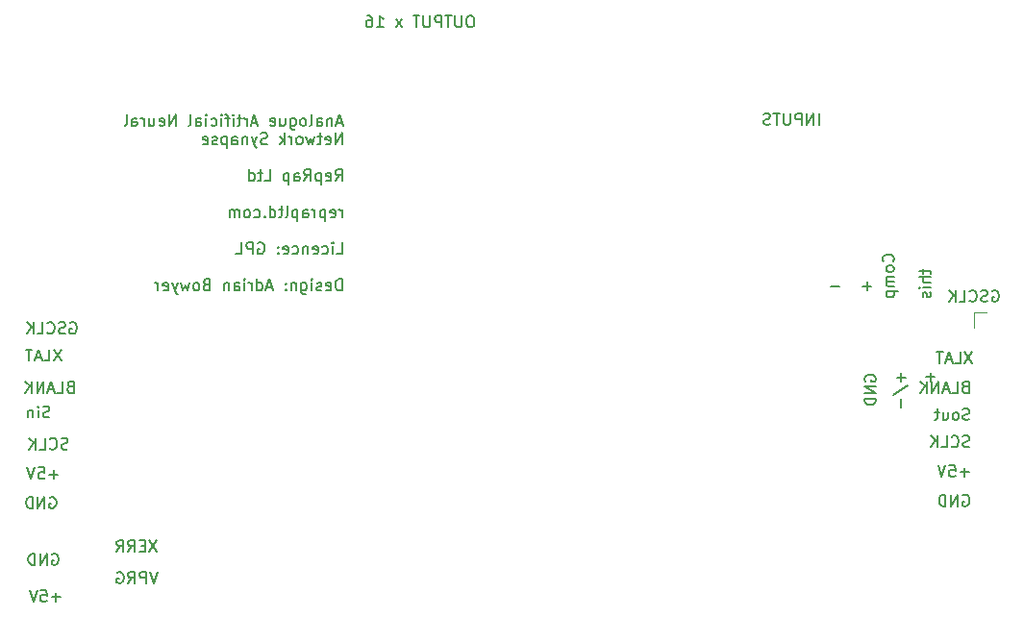
<source format=gbr>
%TF.GenerationSoftware,KiCad,Pcbnew,7.0.8-7.0.8~ubuntu20.04.1*%
%TF.CreationDate,2023-11-06T15:40:33+00:00*%
%TF.ProjectId,one-synapse-electronic,6f6e652d-7379-46e6-9170-73652d656c65,rev?*%
%TF.SameCoordinates,Original*%
%TF.FileFunction,Legend,Bot*%
%TF.FilePolarity,Positive*%
%FSLAX46Y46*%
G04 Gerber Fmt 4.6, Leading zero omitted, Abs format (unit mm)*
G04 Created by KiCad (PCBNEW 7.0.8-7.0.8~ubuntu20.04.1) date 2023-11-06 15:40:33*
%MOMM*%
%LPD*%
G01*
G04 APERTURE LIST*
%ADD10C,0.150000*%
%ADD11C,0.120000*%
G04 APERTURE END LIST*
D10*
X139329887Y-149146009D02*
X139187030Y-149193628D01*
X139187030Y-149193628D02*
X139139411Y-149241247D01*
X139139411Y-149241247D02*
X139091792Y-149336485D01*
X139091792Y-149336485D02*
X139091792Y-149479342D01*
X139091792Y-149479342D02*
X139139411Y-149574580D01*
X139139411Y-149574580D02*
X139187030Y-149622200D01*
X139187030Y-149622200D02*
X139282268Y-149669819D01*
X139282268Y-149669819D02*
X139663220Y-149669819D01*
X139663220Y-149669819D02*
X139663220Y-148669819D01*
X139663220Y-148669819D02*
X139329887Y-148669819D01*
X139329887Y-148669819D02*
X139234649Y-148717438D01*
X139234649Y-148717438D02*
X139187030Y-148765057D01*
X139187030Y-148765057D02*
X139139411Y-148860295D01*
X139139411Y-148860295D02*
X139139411Y-148955533D01*
X139139411Y-148955533D02*
X139187030Y-149050771D01*
X139187030Y-149050771D02*
X139234649Y-149098390D01*
X139234649Y-149098390D02*
X139329887Y-149146009D01*
X139329887Y-149146009D02*
X139663220Y-149146009D01*
X138187030Y-149669819D02*
X138663220Y-149669819D01*
X138663220Y-149669819D02*
X138663220Y-148669819D01*
X137901315Y-149384104D02*
X137425125Y-149384104D01*
X137996553Y-149669819D02*
X137663220Y-148669819D01*
X137663220Y-148669819D02*
X137329887Y-149669819D01*
X136996553Y-149669819D02*
X136996553Y-148669819D01*
X136996553Y-148669819D02*
X136425125Y-149669819D01*
X136425125Y-149669819D02*
X136425125Y-148669819D01*
X135948934Y-149669819D02*
X135948934Y-148669819D01*
X135377506Y-149669819D02*
X135806077Y-149098390D01*
X135377506Y-148669819D02*
X135948934Y-149241247D01*
X58710839Y-151822200D02*
X58567982Y-151869819D01*
X58567982Y-151869819D02*
X58329887Y-151869819D01*
X58329887Y-151869819D02*
X58234649Y-151822200D01*
X58234649Y-151822200D02*
X58187030Y-151774580D01*
X58187030Y-151774580D02*
X58139411Y-151679342D01*
X58139411Y-151679342D02*
X58139411Y-151584104D01*
X58139411Y-151584104D02*
X58187030Y-151488866D01*
X58187030Y-151488866D02*
X58234649Y-151441247D01*
X58234649Y-151441247D02*
X58329887Y-151393628D01*
X58329887Y-151393628D02*
X58520363Y-151346009D01*
X58520363Y-151346009D02*
X58615601Y-151298390D01*
X58615601Y-151298390D02*
X58663220Y-151250771D01*
X58663220Y-151250771D02*
X58710839Y-151155533D01*
X58710839Y-151155533D02*
X58710839Y-151060295D01*
X58710839Y-151060295D02*
X58663220Y-150965057D01*
X58663220Y-150965057D02*
X58615601Y-150917438D01*
X58615601Y-150917438D02*
X58520363Y-150869819D01*
X58520363Y-150869819D02*
X58282268Y-150869819D01*
X58282268Y-150869819D02*
X58139411Y-150917438D01*
X57710839Y-151869819D02*
X57710839Y-151203152D01*
X57710839Y-150869819D02*
X57758458Y-150917438D01*
X57758458Y-150917438D02*
X57710839Y-150965057D01*
X57710839Y-150965057D02*
X57663220Y-150917438D01*
X57663220Y-150917438D02*
X57710839Y-150869819D01*
X57710839Y-150869819D02*
X57710839Y-150965057D01*
X57234649Y-151203152D02*
X57234649Y-151869819D01*
X57234649Y-151298390D02*
X57187030Y-151250771D01*
X57187030Y-151250771D02*
X57091792Y-151203152D01*
X57091792Y-151203152D02*
X56948935Y-151203152D01*
X56948935Y-151203152D02*
X56853697Y-151250771D01*
X56853697Y-151250771D02*
X56806078Y-151346009D01*
X56806078Y-151346009D02*
X56806078Y-151869819D01*
X60539411Y-143517438D02*
X60634649Y-143469819D01*
X60634649Y-143469819D02*
X60777506Y-143469819D01*
X60777506Y-143469819D02*
X60920363Y-143517438D01*
X60920363Y-143517438D02*
X61015601Y-143612676D01*
X61015601Y-143612676D02*
X61063220Y-143707914D01*
X61063220Y-143707914D02*
X61110839Y-143898390D01*
X61110839Y-143898390D02*
X61110839Y-144041247D01*
X61110839Y-144041247D02*
X61063220Y-144231723D01*
X61063220Y-144231723D02*
X61015601Y-144326961D01*
X61015601Y-144326961D02*
X60920363Y-144422200D01*
X60920363Y-144422200D02*
X60777506Y-144469819D01*
X60777506Y-144469819D02*
X60682268Y-144469819D01*
X60682268Y-144469819D02*
X60539411Y-144422200D01*
X60539411Y-144422200D02*
X60491792Y-144374580D01*
X60491792Y-144374580D02*
X60491792Y-144041247D01*
X60491792Y-144041247D02*
X60682268Y-144041247D01*
X60110839Y-144422200D02*
X59967982Y-144469819D01*
X59967982Y-144469819D02*
X59729887Y-144469819D01*
X59729887Y-144469819D02*
X59634649Y-144422200D01*
X59634649Y-144422200D02*
X59587030Y-144374580D01*
X59587030Y-144374580D02*
X59539411Y-144279342D01*
X59539411Y-144279342D02*
X59539411Y-144184104D01*
X59539411Y-144184104D02*
X59587030Y-144088866D01*
X59587030Y-144088866D02*
X59634649Y-144041247D01*
X59634649Y-144041247D02*
X59729887Y-143993628D01*
X59729887Y-143993628D02*
X59920363Y-143946009D01*
X59920363Y-143946009D02*
X60015601Y-143898390D01*
X60015601Y-143898390D02*
X60063220Y-143850771D01*
X60063220Y-143850771D02*
X60110839Y-143755533D01*
X60110839Y-143755533D02*
X60110839Y-143660295D01*
X60110839Y-143660295D02*
X60063220Y-143565057D01*
X60063220Y-143565057D02*
X60015601Y-143517438D01*
X60015601Y-143517438D02*
X59920363Y-143469819D01*
X59920363Y-143469819D02*
X59682268Y-143469819D01*
X59682268Y-143469819D02*
X59539411Y-143517438D01*
X58539411Y-144374580D02*
X58587030Y-144422200D01*
X58587030Y-144422200D02*
X58729887Y-144469819D01*
X58729887Y-144469819D02*
X58825125Y-144469819D01*
X58825125Y-144469819D02*
X58967982Y-144422200D01*
X58967982Y-144422200D02*
X59063220Y-144326961D01*
X59063220Y-144326961D02*
X59110839Y-144231723D01*
X59110839Y-144231723D02*
X59158458Y-144041247D01*
X59158458Y-144041247D02*
X59158458Y-143898390D01*
X59158458Y-143898390D02*
X59110839Y-143707914D01*
X59110839Y-143707914D02*
X59063220Y-143612676D01*
X59063220Y-143612676D02*
X58967982Y-143517438D01*
X58967982Y-143517438D02*
X58825125Y-143469819D01*
X58825125Y-143469819D02*
X58729887Y-143469819D01*
X58729887Y-143469819D02*
X58587030Y-143517438D01*
X58587030Y-143517438D02*
X58539411Y-143565057D01*
X57634649Y-144469819D02*
X58110839Y-144469819D01*
X58110839Y-144469819D02*
X58110839Y-143469819D01*
X57301315Y-144469819D02*
X57301315Y-143469819D01*
X56729887Y-144469819D02*
X57158458Y-143898390D01*
X56729887Y-143469819D02*
X57301315Y-144041247D01*
X141739411Y-140717438D02*
X141834649Y-140669819D01*
X141834649Y-140669819D02*
X141977506Y-140669819D01*
X141977506Y-140669819D02*
X142120363Y-140717438D01*
X142120363Y-140717438D02*
X142215601Y-140812676D01*
X142215601Y-140812676D02*
X142263220Y-140907914D01*
X142263220Y-140907914D02*
X142310839Y-141098390D01*
X142310839Y-141098390D02*
X142310839Y-141241247D01*
X142310839Y-141241247D02*
X142263220Y-141431723D01*
X142263220Y-141431723D02*
X142215601Y-141526961D01*
X142215601Y-141526961D02*
X142120363Y-141622200D01*
X142120363Y-141622200D02*
X141977506Y-141669819D01*
X141977506Y-141669819D02*
X141882268Y-141669819D01*
X141882268Y-141669819D02*
X141739411Y-141622200D01*
X141739411Y-141622200D02*
X141691792Y-141574580D01*
X141691792Y-141574580D02*
X141691792Y-141241247D01*
X141691792Y-141241247D02*
X141882268Y-141241247D01*
X141310839Y-141622200D02*
X141167982Y-141669819D01*
X141167982Y-141669819D02*
X140929887Y-141669819D01*
X140929887Y-141669819D02*
X140834649Y-141622200D01*
X140834649Y-141622200D02*
X140787030Y-141574580D01*
X140787030Y-141574580D02*
X140739411Y-141479342D01*
X140739411Y-141479342D02*
X140739411Y-141384104D01*
X140739411Y-141384104D02*
X140787030Y-141288866D01*
X140787030Y-141288866D02*
X140834649Y-141241247D01*
X140834649Y-141241247D02*
X140929887Y-141193628D01*
X140929887Y-141193628D02*
X141120363Y-141146009D01*
X141120363Y-141146009D02*
X141215601Y-141098390D01*
X141215601Y-141098390D02*
X141263220Y-141050771D01*
X141263220Y-141050771D02*
X141310839Y-140955533D01*
X141310839Y-140955533D02*
X141310839Y-140860295D01*
X141310839Y-140860295D02*
X141263220Y-140765057D01*
X141263220Y-140765057D02*
X141215601Y-140717438D01*
X141215601Y-140717438D02*
X141120363Y-140669819D01*
X141120363Y-140669819D02*
X140882268Y-140669819D01*
X140882268Y-140669819D02*
X140739411Y-140717438D01*
X139739411Y-141574580D02*
X139787030Y-141622200D01*
X139787030Y-141622200D02*
X139929887Y-141669819D01*
X139929887Y-141669819D02*
X140025125Y-141669819D01*
X140025125Y-141669819D02*
X140167982Y-141622200D01*
X140167982Y-141622200D02*
X140263220Y-141526961D01*
X140263220Y-141526961D02*
X140310839Y-141431723D01*
X140310839Y-141431723D02*
X140358458Y-141241247D01*
X140358458Y-141241247D02*
X140358458Y-141098390D01*
X140358458Y-141098390D02*
X140310839Y-140907914D01*
X140310839Y-140907914D02*
X140263220Y-140812676D01*
X140263220Y-140812676D02*
X140167982Y-140717438D01*
X140167982Y-140717438D02*
X140025125Y-140669819D01*
X140025125Y-140669819D02*
X139929887Y-140669819D01*
X139929887Y-140669819D02*
X139787030Y-140717438D01*
X139787030Y-140717438D02*
X139739411Y-140765057D01*
X138834649Y-141669819D02*
X139310839Y-141669819D01*
X139310839Y-141669819D02*
X139310839Y-140669819D01*
X138501315Y-141669819D02*
X138501315Y-140669819D01*
X137929887Y-141669819D02*
X138358458Y-141098390D01*
X137929887Y-140669819D02*
X138501315Y-141241247D01*
X139139411Y-158717438D02*
X139234649Y-158669819D01*
X139234649Y-158669819D02*
X139377506Y-158669819D01*
X139377506Y-158669819D02*
X139520363Y-158717438D01*
X139520363Y-158717438D02*
X139615601Y-158812676D01*
X139615601Y-158812676D02*
X139663220Y-158907914D01*
X139663220Y-158907914D02*
X139710839Y-159098390D01*
X139710839Y-159098390D02*
X139710839Y-159241247D01*
X139710839Y-159241247D02*
X139663220Y-159431723D01*
X139663220Y-159431723D02*
X139615601Y-159526961D01*
X139615601Y-159526961D02*
X139520363Y-159622200D01*
X139520363Y-159622200D02*
X139377506Y-159669819D01*
X139377506Y-159669819D02*
X139282268Y-159669819D01*
X139282268Y-159669819D02*
X139139411Y-159622200D01*
X139139411Y-159622200D02*
X139091792Y-159574580D01*
X139091792Y-159574580D02*
X139091792Y-159241247D01*
X139091792Y-159241247D02*
X139282268Y-159241247D01*
X138663220Y-159669819D02*
X138663220Y-158669819D01*
X138663220Y-158669819D02*
X138091792Y-159669819D01*
X138091792Y-159669819D02*
X138091792Y-158669819D01*
X137615601Y-159669819D02*
X137615601Y-158669819D01*
X137615601Y-158669819D02*
X137377506Y-158669819D01*
X137377506Y-158669819D02*
X137234649Y-158717438D01*
X137234649Y-158717438D02*
X137139411Y-158812676D01*
X137139411Y-158812676D02*
X137091792Y-158907914D01*
X137091792Y-158907914D02*
X137044173Y-159098390D01*
X137044173Y-159098390D02*
X137044173Y-159241247D01*
X137044173Y-159241247D02*
X137091792Y-159431723D01*
X137091792Y-159431723D02*
X137139411Y-159526961D01*
X137139411Y-159526961D02*
X137234649Y-159622200D01*
X137234649Y-159622200D02*
X137377506Y-159669819D01*
X137377506Y-159669819D02*
X137615601Y-159669819D01*
X135603152Y-138793922D02*
X135603152Y-139174874D01*
X135269819Y-138936779D02*
X136126961Y-138936779D01*
X136126961Y-138936779D02*
X136222200Y-138984398D01*
X136222200Y-138984398D02*
X136269819Y-139079636D01*
X136269819Y-139079636D02*
X136269819Y-139174874D01*
X136269819Y-139508208D02*
X135269819Y-139508208D01*
X136269819Y-139936779D02*
X135746009Y-139936779D01*
X135746009Y-139936779D02*
X135650771Y-139889160D01*
X135650771Y-139889160D02*
X135603152Y-139793922D01*
X135603152Y-139793922D02*
X135603152Y-139651065D01*
X135603152Y-139651065D02*
X135650771Y-139555827D01*
X135650771Y-139555827D02*
X135698390Y-139508208D01*
X136269819Y-140412970D02*
X135603152Y-140412970D01*
X135269819Y-140412970D02*
X135317438Y-140365351D01*
X135317438Y-140365351D02*
X135365057Y-140412970D01*
X135365057Y-140412970D02*
X135317438Y-140460589D01*
X135317438Y-140460589D02*
X135269819Y-140412970D01*
X135269819Y-140412970D02*
X135365057Y-140412970D01*
X136222200Y-140841541D02*
X136269819Y-140936779D01*
X136269819Y-140936779D02*
X136269819Y-141127255D01*
X136269819Y-141127255D02*
X136222200Y-141222493D01*
X136222200Y-141222493D02*
X136126961Y-141270112D01*
X136126961Y-141270112D02*
X136079342Y-141270112D01*
X136079342Y-141270112D02*
X135984104Y-141222493D01*
X135984104Y-141222493D02*
X135936485Y-141127255D01*
X135936485Y-141127255D02*
X135936485Y-140984398D01*
X135936485Y-140984398D02*
X135888866Y-140889160D01*
X135888866Y-140889160D02*
X135793628Y-140841541D01*
X135793628Y-140841541D02*
X135746009Y-140841541D01*
X135746009Y-140841541D02*
X135650771Y-140889160D01*
X135650771Y-140889160D02*
X135603152Y-140984398D01*
X135603152Y-140984398D02*
X135603152Y-141127255D01*
X135603152Y-141127255D02*
X135650771Y-141222493D01*
X68206077Y-165469819D02*
X67872744Y-166469819D01*
X67872744Y-166469819D02*
X67539411Y-165469819D01*
X67206077Y-166469819D02*
X67206077Y-165469819D01*
X67206077Y-165469819D02*
X66825125Y-165469819D01*
X66825125Y-165469819D02*
X66729887Y-165517438D01*
X66729887Y-165517438D02*
X66682268Y-165565057D01*
X66682268Y-165565057D02*
X66634649Y-165660295D01*
X66634649Y-165660295D02*
X66634649Y-165803152D01*
X66634649Y-165803152D02*
X66682268Y-165898390D01*
X66682268Y-165898390D02*
X66729887Y-165946009D01*
X66729887Y-165946009D02*
X66825125Y-165993628D01*
X66825125Y-165993628D02*
X67206077Y-165993628D01*
X65634649Y-166469819D02*
X65967982Y-165993628D01*
X66206077Y-166469819D02*
X66206077Y-165469819D01*
X66206077Y-165469819D02*
X65825125Y-165469819D01*
X65825125Y-165469819D02*
X65729887Y-165517438D01*
X65729887Y-165517438D02*
X65682268Y-165565057D01*
X65682268Y-165565057D02*
X65634649Y-165660295D01*
X65634649Y-165660295D02*
X65634649Y-165803152D01*
X65634649Y-165803152D02*
X65682268Y-165898390D01*
X65682268Y-165898390D02*
X65729887Y-165946009D01*
X65729887Y-165946009D02*
X65825125Y-165993628D01*
X65825125Y-165993628D02*
X66206077Y-165993628D01*
X64682268Y-165517438D02*
X64777506Y-165469819D01*
X64777506Y-165469819D02*
X64920363Y-165469819D01*
X64920363Y-165469819D02*
X65063220Y-165517438D01*
X65063220Y-165517438D02*
X65158458Y-165612676D01*
X65158458Y-165612676D02*
X65206077Y-165707914D01*
X65206077Y-165707914D02*
X65253696Y-165898390D01*
X65253696Y-165898390D02*
X65253696Y-166041247D01*
X65253696Y-166041247D02*
X65206077Y-166231723D01*
X65206077Y-166231723D02*
X65158458Y-166326961D01*
X65158458Y-166326961D02*
X65063220Y-166422200D01*
X65063220Y-166422200D02*
X64920363Y-166469819D01*
X64920363Y-166469819D02*
X64825125Y-166469819D01*
X64825125Y-166469819D02*
X64682268Y-166422200D01*
X64682268Y-166422200D02*
X64634649Y-166374580D01*
X64634649Y-166374580D02*
X64634649Y-166041247D01*
X64634649Y-166041247D02*
X64825125Y-166041247D01*
X139710839Y-152022200D02*
X139567982Y-152069819D01*
X139567982Y-152069819D02*
X139329887Y-152069819D01*
X139329887Y-152069819D02*
X139234649Y-152022200D01*
X139234649Y-152022200D02*
X139187030Y-151974580D01*
X139187030Y-151974580D02*
X139139411Y-151879342D01*
X139139411Y-151879342D02*
X139139411Y-151784104D01*
X139139411Y-151784104D02*
X139187030Y-151688866D01*
X139187030Y-151688866D02*
X139234649Y-151641247D01*
X139234649Y-151641247D02*
X139329887Y-151593628D01*
X139329887Y-151593628D02*
X139520363Y-151546009D01*
X139520363Y-151546009D02*
X139615601Y-151498390D01*
X139615601Y-151498390D02*
X139663220Y-151450771D01*
X139663220Y-151450771D02*
X139710839Y-151355533D01*
X139710839Y-151355533D02*
X139710839Y-151260295D01*
X139710839Y-151260295D02*
X139663220Y-151165057D01*
X139663220Y-151165057D02*
X139615601Y-151117438D01*
X139615601Y-151117438D02*
X139520363Y-151069819D01*
X139520363Y-151069819D02*
X139282268Y-151069819D01*
X139282268Y-151069819D02*
X139139411Y-151117438D01*
X138567982Y-152069819D02*
X138663220Y-152022200D01*
X138663220Y-152022200D02*
X138710839Y-151974580D01*
X138710839Y-151974580D02*
X138758458Y-151879342D01*
X138758458Y-151879342D02*
X138758458Y-151593628D01*
X138758458Y-151593628D02*
X138710839Y-151498390D01*
X138710839Y-151498390D02*
X138663220Y-151450771D01*
X138663220Y-151450771D02*
X138567982Y-151403152D01*
X138567982Y-151403152D02*
X138425125Y-151403152D01*
X138425125Y-151403152D02*
X138329887Y-151450771D01*
X138329887Y-151450771D02*
X138282268Y-151498390D01*
X138282268Y-151498390D02*
X138234649Y-151593628D01*
X138234649Y-151593628D02*
X138234649Y-151879342D01*
X138234649Y-151879342D02*
X138282268Y-151974580D01*
X138282268Y-151974580D02*
X138329887Y-152022200D01*
X138329887Y-152022200D02*
X138425125Y-152069819D01*
X138425125Y-152069819D02*
X138567982Y-152069819D01*
X137377506Y-151403152D02*
X137377506Y-152069819D01*
X137806077Y-151403152D02*
X137806077Y-151926961D01*
X137806077Y-151926961D02*
X137758458Y-152022200D01*
X137758458Y-152022200D02*
X137663220Y-152069819D01*
X137663220Y-152069819D02*
X137520363Y-152069819D01*
X137520363Y-152069819D02*
X137425125Y-152022200D01*
X137425125Y-152022200D02*
X137377506Y-151974580D01*
X137044172Y-151403152D02*
X136663220Y-151403152D01*
X136901315Y-151069819D02*
X136901315Y-151926961D01*
X136901315Y-151926961D02*
X136853696Y-152022200D01*
X136853696Y-152022200D02*
X136758458Y-152069819D01*
X136758458Y-152069819D02*
X136663220Y-152069819D01*
X60310839Y-154622200D02*
X60167982Y-154669819D01*
X60167982Y-154669819D02*
X59929887Y-154669819D01*
X59929887Y-154669819D02*
X59834649Y-154622200D01*
X59834649Y-154622200D02*
X59787030Y-154574580D01*
X59787030Y-154574580D02*
X59739411Y-154479342D01*
X59739411Y-154479342D02*
X59739411Y-154384104D01*
X59739411Y-154384104D02*
X59787030Y-154288866D01*
X59787030Y-154288866D02*
X59834649Y-154241247D01*
X59834649Y-154241247D02*
X59929887Y-154193628D01*
X59929887Y-154193628D02*
X60120363Y-154146009D01*
X60120363Y-154146009D02*
X60215601Y-154098390D01*
X60215601Y-154098390D02*
X60263220Y-154050771D01*
X60263220Y-154050771D02*
X60310839Y-153955533D01*
X60310839Y-153955533D02*
X60310839Y-153860295D01*
X60310839Y-153860295D02*
X60263220Y-153765057D01*
X60263220Y-153765057D02*
X60215601Y-153717438D01*
X60215601Y-153717438D02*
X60120363Y-153669819D01*
X60120363Y-153669819D02*
X59882268Y-153669819D01*
X59882268Y-153669819D02*
X59739411Y-153717438D01*
X58739411Y-154574580D02*
X58787030Y-154622200D01*
X58787030Y-154622200D02*
X58929887Y-154669819D01*
X58929887Y-154669819D02*
X59025125Y-154669819D01*
X59025125Y-154669819D02*
X59167982Y-154622200D01*
X59167982Y-154622200D02*
X59263220Y-154526961D01*
X59263220Y-154526961D02*
X59310839Y-154431723D01*
X59310839Y-154431723D02*
X59358458Y-154241247D01*
X59358458Y-154241247D02*
X59358458Y-154098390D01*
X59358458Y-154098390D02*
X59310839Y-153907914D01*
X59310839Y-153907914D02*
X59263220Y-153812676D01*
X59263220Y-153812676D02*
X59167982Y-153717438D01*
X59167982Y-153717438D02*
X59025125Y-153669819D01*
X59025125Y-153669819D02*
X58929887Y-153669819D01*
X58929887Y-153669819D02*
X58787030Y-153717438D01*
X58787030Y-153717438D02*
X58739411Y-153765057D01*
X57834649Y-154669819D02*
X58310839Y-154669819D01*
X58310839Y-154669819D02*
X58310839Y-153669819D01*
X57501315Y-154669819D02*
X57501315Y-153669819D01*
X56929887Y-154669819D02*
X57358458Y-154098390D01*
X56929887Y-153669819D02*
X57501315Y-154241247D01*
X139710839Y-154422200D02*
X139567982Y-154469819D01*
X139567982Y-154469819D02*
X139329887Y-154469819D01*
X139329887Y-154469819D02*
X139234649Y-154422200D01*
X139234649Y-154422200D02*
X139187030Y-154374580D01*
X139187030Y-154374580D02*
X139139411Y-154279342D01*
X139139411Y-154279342D02*
X139139411Y-154184104D01*
X139139411Y-154184104D02*
X139187030Y-154088866D01*
X139187030Y-154088866D02*
X139234649Y-154041247D01*
X139234649Y-154041247D02*
X139329887Y-153993628D01*
X139329887Y-153993628D02*
X139520363Y-153946009D01*
X139520363Y-153946009D02*
X139615601Y-153898390D01*
X139615601Y-153898390D02*
X139663220Y-153850771D01*
X139663220Y-153850771D02*
X139710839Y-153755533D01*
X139710839Y-153755533D02*
X139710839Y-153660295D01*
X139710839Y-153660295D02*
X139663220Y-153565057D01*
X139663220Y-153565057D02*
X139615601Y-153517438D01*
X139615601Y-153517438D02*
X139520363Y-153469819D01*
X139520363Y-153469819D02*
X139282268Y-153469819D01*
X139282268Y-153469819D02*
X139139411Y-153517438D01*
X138139411Y-154374580D02*
X138187030Y-154422200D01*
X138187030Y-154422200D02*
X138329887Y-154469819D01*
X138329887Y-154469819D02*
X138425125Y-154469819D01*
X138425125Y-154469819D02*
X138567982Y-154422200D01*
X138567982Y-154422200D02*
X138663220Y-154326961D01*
X138663220Y-154326961D02*
X138710839Y-154231723D01*
X138710839Y-154231723D02*
X138758458Y-154041247D01*
X138758458Y-154041247D02*
X138758458Y-153898390D01*
X138758458Y-153898390D02*
X138710839Y-153707914D01*
X138710839Y-153707914D02*
X138663220Y-153612676D01*
X138663220Y-153612676D02*
X138567982Y-153517438D01*
X138567982Y-153517438D02*
X138425125Y-153469819D01*
X138425125Y-153469819D02*
X138329887Y-153469819D01*
X138329887Y-153469819D02*
X138187030Y-153517438D01*
X138187030Y-153517438D02*
X138139411Y-153565057D01*
X137234649Y-154469819D02*
X137710839Y-154469819D01*
X137710839Y-154469819D02*
X137710839Y-153469819D01*
X136901315Y-154469819D02*
X136901315Y-153469819D01*
X136329887Y-154469819D02*
X136758458Y-153898390D01*
X136329887Y-153469819D02*
X136901315Y-154041247D01*
X58939411Y-163917438D02*
X59034649Y-163869819D01*
X59034649Y-163869819D02*
X59177506Y-163869819D01*
X59177506Y-163869819D02*
X59320363Y-163917438D01*
X59320363Y-163917438D02*
X59415601Y-164012676D01*
X59415601Y-164012676D02*
X59463220Y-164107914D01*
X59463220Y-164107914D02*
X59510839Y-164298390D01*
X59510839Y-164298390D02*
X59510839Y-164441247D01*
X59510839Y-164441247D02*
X59463220Y-164631723D01*
X59463220Y-164631723D02*
X59415601Y-164726961D01*
X59415601Y-164726961D02*
X59320363Y-164822200D01*
X59320363Y-164822200D02*
X59177506Y-164869819D01*
X59177506Y-164869819D02*
X59082268Y-164869819D01*
X59082268Y-164869819D02*
X58939411Y-164822200D01*
X58939411Y-164822200D02*
X58891792Y-164774580D01*
X58891792Y-164774580D02*
X58891792Y-164441247D01*
X58891792Y-164441247D02*
X59082268Y-164441247D01*
X58463220Y-164869819D02*
X58463220Y-163869819D01*
X58463220Y-163869819D02*
X57891792Y-164869819D01*
X57891792Y-164869819D02*
X57891792Y-163869819D01*
X57415601Y-164869819D02*
X57415601Y-163869819D01*
X57415601Y-163869819D02*
X57177506Y-163869819D01*
X57177506Y-163869819D02*
X57034649Y-163917438D01*
X57034649Y-163917438D02*
X56939411Y-164012676D01*
X56939411Y-164012676D02*
X56891792Y-164107914D01*
X56891792Y-164107914D02*
X56844173Y-164298390D01*
X56844173Y-164298390D02*
X56844173Y-164441247D01*
X56844173Y-164441247D02*
X56891792Y-164631723D01*
X56891792Y-164631723D02*
X56939411Y-164726961D01*
X56939411Y-164726961D02*
X57034649Y-164822200D01*
X57034649Y-164822200D02*
X57177506Y-164869819D01*
X57177506Y-164869819D02*
X57415601Y-164869819D01*
X59463220Y-156888866D02*
X58701316Y-156888866D01*
X59082268Y-157269819D02*
X59082268Y-156507914D01*
X57748935Y-156269819D02*
X58225125Y-156269819D01*
X58225125Y-156269819D02*
X58272744Y-156746009D01*
X58272744Y-156746009D02*
X58225125Y-156698390D01*
X58225125Y-156698390D02*
X58129887Y-156650771D01*
X58129887Y-156650771D02*
X57891792Y-156650771D01*
X57891792Y-156650771D02*
X57796554Y-156698390D01*
X57796554Y-156698390D02*
X57748935Y-156746009D01*
X57748935Y-156746009D02*
X57701316Y-156841247D01*
X57701316Y-156841247D02*
X57701316Y-157079342D01*
X57701316Y-157079342D02*
X57748935Y-157174580D01*
X57748935Y-157174580D02*
X57796554Y-157222200D01*
X57796554Y-157222200D02*
X57891792Y-157269819D01*
X57891792Y-157269819D02*
X58129887Y-157269819D01*
X58129887Y-157269819D02*
X58225125Y-157222200D01*
X58225125Y-157222200D02*
X58272744Y-157174580D01*
X57415601Y-156269819D02*
X57082268Y-157269819D01*
X57082268Y-157269819D02*
X56748935Y-156269819D01*
X58739411Y-158917438D02*
X58834649Y-158869819D01*
X58834649Y-158869819D02*
X58977506Y-158869819D01*
X58977506Y-158869819D02*
X59120363Y-158917438D01*
X59120363Y-158917438D02*
X59215601Y-159012676D01*
X59215601Y-159012676D02*
X59263220Y-159107914D01*
X59263220Y-159107914D02*
X59310839Y-159298390D01*
X59310839Y-159298390D02*
X59310839Y-159441247D01*
X59310839Y-159441247D02*
X59263220Y-159631723D01*
X59263220Y-159631723D02*
X59215601Y-159726961D01*
X59215601Y-159726961D02*
X59120363Y-159822200D01*
X59120363Y-159822200D02*
X58977506Y-159869819D01*
X58977506Y-159869819D02*
X58882268Y-159869819D01*
X58882268Y-159869819D02*
X58739411Y-159822200D01*
X58739411Y-159822200D02*
X58691792Y-159774580D01*
X58691792Y-159774580D02*
X58691792Y-159441247D01*
X58691792Y-159441247D02*
X58882268Y-159441247D01*
X58263220Y-159869819D02*
X58263220Y-158869819D01*
X58263220Y-158869819D02*
X57691792Y-159869819D01*
X57691792Y-159869819D02*
X57691792Y-158869819D01*
X57215601Y-159869819D02*
X57215601Y-158869819D01*
X57215601Y-158869819D02*
X56977506Y-158869819D01*
X56977506Y-158869819D02*
X56834649Y-158917438D01*
X56834649Y-158917438D02*
X56739411Y-159012676D01*
X56739411Y-159012676D02*
X56691792Y-159107914D01*
X56691792Y-159107914D02*
X56644173Y-159298390D01*
X56644173Y-159298390D02*
X56644173Y-159441247D01*
X56644173Y-159441247D02*
X56691792Y-159631723D01*
X56691792Y-159631723D02*
X56739411Y-159726961D01*
X56739411Y-159726961D02*
X56834649Y-159822200D01*
X56834649Y-159822200D02*
X56977506Y-159869819D01*
X56977506Y-159869819D02*
X57215601Y-159869819D01*
X139958458Y-146069819D02*
X139291792Y-147069819D01*
X139291792Y-146069819D02*
X139958458Y-147069819D01*
X138434649Y-147069819D02*
X138910839Y-147069819D01*
X138910839Y-147069819D02*
X138910839Y-146069819D01*
X138148934Y-146784104D02*
X137672744Y-146784104D01*
X138244172Y-147069819D02*
X137910839Y-146069819D01*
X137910839Y-146069819D02*
X137577506Y-147069819D01*
X137387029Y-146069819D02*
X136815601Y-146069819D01*
X137101315Y-147069819D02*
X137101315Y-146069819D01*
X133688866Y-147936779D02*
X133688866Y-148698684D01*
X134069819Y-148317731D02*
X133307914Y-148317731D01*
X133022200Y-149889159D02*
X134307914Y-149032017D01*
X133688866Y-150222493D02*
X133688866Y-150984398D01*
X126463220Y-126069819D02*
X126463220Y-125069819D01*
X125987030Y-126069819D02*
X125987030Y-125069819D01*
X125987030Y-125069819D02*
X125415602Y-126069819D01*
X125415602Y-126069819D02*
X125415602Y-125069819D01*
X124939411Y-126069819D02*
X124939411Y-125069819D01*
X124939411Y-125069819D02*
X124558459Y-125069819D01*
X124558459Y-125069819D02*
X124463221Y-125117438D01*
X124463221Y-125117438D02*
X124415602Y-125165057D01*
X124415602Y-125165057D02*
X124367983Y-125260295D01*
X124367983Y-125260295D02*
X124367983Y-125403152D01*
X124367983Y-125403152D02*
X124415602Y-125498390D01*
X124415602Y-125498390D02*
X124463221Y-125546009D01*
X124463221Y-125546009D02*
X124558459Y-125593628D01*
X124558459Y-125593628D02*
X124939411Y-125593628D01*
X123939411Y-125069819D02*
X123939411Y-125879342D01*
X123939411Y-125879342D02*
X123891792Y-125974580D01*
X123891792Y-125974580D02*
X123844173Y-126022200D01*
X123844173Y-126022200D02*
X123748935Y-126069819D01*
X123748935Y-126069819D02*
X123558459Y-126069819D01*
X123558459Y-126069819D02*
X123463221Y-126022200D01*
X123463221Y-126022200D02*
X123415602Y-125974580D01*
X123415602Y-125974580D02*
X123367983Y-125879342D01*
X123367983Y-125879342D02*
X123367983Y-125069819D01*
X123034649Y-125069819D02*
X122463221Y-125069819D01*
X122748935Y-126069819D02*
X122748935Y-125069819D01*
X122177506Y-126022200D02*
X122034649Y-126069819D01*
X122034649Y-126069819D02*
X121796554Y-126069819D01*
X121796554Y-126069819D02*
X121701316Y-126022200D01*
X121701316Y-126022200D02*
X121653697Y-125974580D01*
X121653697Y-125974580D02*
X121606078Y-125879342D01*
X121606078Y-125879342D02*
X121606078Y-125784104D01*
X121606078Y-125784104D02*
X121653697Y-125688866D01*
X121653697Y-125688866D02*
X121701316Y-125641247D01*
X121701316Y-125641247D02*
X121796554Y-125593628D01*
X121796554Y-125593628D02*
X121987030Y-125546009D01*
X121987030Y-125546009D02*
X122082268Y-125498390D01*
X122082268Y-125498390D02*
X122129887Y-125450771D01*
X122129887Y-125450771D02*
X122177506Y-125355533D01*
X122177506Y-125355533D02*
X122177506Y-125260295D01*
X122177506Y-125260295D02*
X122129887Y-125165057D01*
X122129887Y-125165057D02*
X122082268Y-125117438D01*
X122082268Y-125117438D02*
X121987030Y-125069819D01*
X121987030Y-125069819D02*
X121748935Y-125069819D01*
X121748935Y-125069819D02*
X121606078Y-125117438D01*
X60529887Y-149146009D02*
X60387030Y-149193628D01*
X60387030Y-149193628D02*
X60339411Y-149241247D01*
X60339411Y-149241247D02*
X60291792Y-149336485D01*
X60291792Y-149336485D02*
X60291792Y-149479342D01*
X60291792Y-149479342D02*
X60339411Y-149574580D01*
X60339411Y-149574580D02*
X60387030Y-149622200D01*
X60387030Y-149622200D02*
X60482268Y-149669819D01*
X60482268Y-149669819D02*
X60863220Y-149669819D01*
X60863220Y-149669819D02*
X60863220Y-148669819D01*
X60863220Y-148669819D02*
X60529887Y-148669819D01*
X60529887Y-148669819D02*
X60434649Y-148717438D01*
X60434649Y-148717438D02*
X60387030Y-148765057D01*
X60387030Y-148765057D02*
X60339411Y-148860295D01*
X60339411Y-148860295D02*
X60339411Y-148955533D01*
X60339411Y-148955533D02*
X60387030Y-149050771D01*
X60387030Y-149050771D02*
X60434649Y-149098390D01*
X60434649Y-149098390D02*
X60529887Y-149146009D01*
X60529887Y-149146009D02*
X60863220Y-149146009D01*
X59387030Y-149669819D02*
X59863220Y-149669819D01*
X59863220Y-149669819D02*
X59863220Y-148669819D01*
X59101315Y-149384104D02*
X58625125Y-149384104D01*
X59196553Y-149669819D02*
X58863220Y-148669819D01*
X58863220Y-148669819D02*
X58529887Y-149669819D01*
X58196553Y-149669819D02*
X58196553Y-148669819D01*
X58196553Y-148669819D02*
X57625125Y-149669819D01*
X57625125Y-149669819D02*
X57625125Y-148669819D01*
X57148934Y-149669819D02*
X57148934Y-148669819D01*
X56577506Y-149669819D02*
X57006077Y-149098390D01*
X56577506Y-148669819D02*
X57148934Y-149241247D01*
X128263220Y-140288866D02*
X127501316Y-140288866D01*
X68158458Y-162669819D02*
X67491792Y-163669819D01*
X67491792Y-162669819D02*
X68158458Y-163669819D01*
X67110839Y-163146009D02*
X66777506Y-163146009D01*
X66634649Y-163669819D02*
X67110839Y-163669819D01*
X67110839Y-163669819D02*
X67110839Y-162669819D01*
X67110839Y-162669819D02*
X66634649Y-162669819D01*
X65634649Y-163669819D02*
X65967982Y-163193628D01*
X66206077Y-163669819D02*
X66206077Y-162669819D01*
X66206077Y-162669819D02*
X65825125Y-162669819D01*
X65825125Y-162669819D02*
X65729887Y-162717438D01*
X65729887Y-162717438D02*
X65682268Y-162765057D01*
X65682268Y-162765057D02*
X65634649Y-162860295D01*
X65634649Y-162860295D02*
X65634649Y-163003152D01*
X65634649Y-163003152D02*
X65682268Y-163098390D01*
X65682268Y-163098390D02*
X65729887Y-163146009D01*
X65729887Y-163146009D02*
X65825125Y-163193628D01*
X65825125Y-163193628D02*
X66206077Y-163193628D01*
X64634649Y-163669819D02*
X64967982Y-163193628D01*
X65206077Y-163669819D02*
X65206077Y-162669819D01*
X65206077Y-162669819D02*
X64825125Y-162669819D01*
X64825125Y-162669819D02*
X64729887Y-162717438D01*
X64729887Y-162717438D02*
X64682268Y-162765057D01*
X64682268Y-162765057D02*
X64634649Y-162860295D01*
X64634649Y-162860295D02*
X64634649Y-163003152D01*
X64634649Y-163003152D02*
X64682268Y-163098390D01*
X64682268Y-163098390D02*
X64729887Y-163146009D01*
X64729887Y-163146009D02*
X64825125Y-163193628D01*
X64825125Y-163193628D02*
X65206077Y-163193628D01*
X136663220Y-148288866D02*
X135901316Y-148288866D01*
X136282268Y-148669819D02*
X136282268Y-147907914D01*
X59758458Y-145869819D02*
X59091792Y-146869819D01*
X59091792Y-145869819D02*
X59758458Y-146869819D01*
X58234649Y-146869819D02*
X58710839Y-146869819D01*
X58710839Y-146869819D02*
X58710839Y-145869819D01*
X57948934Y-146584104D02*
X57472744Y-146584104D01*
X58044172Y-146869819D02*
X57710839Y-145869819D01*
X57710839Y-145869819D02*
X57377506Y-146869819D01*
X57187029Y-145869819D02*
X56615601Y-145869819D01*
X56901315Y-146869819D02*
X56901315Y-145869819D01*
X59663220Y-167688866D02*
X58901316Y-167688866D01*
X59282268Y-168069819D02*
X59282268Y-167307914D01*
X57948935Y-167069819D02*
X58425125Y-167069819D01*
X58425125Y-167069819D02*
X58472744Y-167546009D01*
X58472744Y-167546009D02*
X58425125Y-167498390D01*
X58425125Y-167498390D02*
X58329887Y-167450771D01*
X58329887Y-167450771D02*
X58091792Y-167450771D01*
X58091792Y-167450771D02*
X57996554Y-167498390D01*
X57996554Y-167498390D02*
X57948935Y-167546009D01*
X57948935Y-167546009D02*
X57901316Y-167641247D01*
X57901316Y-167641247D02*
X57901316Y-167879342D01*
X57901316Y-167879342D02*
X57948935Y-167974580D01*
X57948935Y-167974580D02*
X57996554Y-168022200D01*
X57996554Y-168022200D02*
X58091792Y-168069819D01*
X58091792Y-168069819D02*
X58329887Y-168069819D01*
X58329887Y-168069819D02*
X58425125Y-168022200D01*
X58425125Y-168022200D02*
X58472744Y-167974580D01*
X57615601Y-167069819D02*
X57282268Y-168069819D01*
X57282268Y-168069819D02*
X56948935Y-167069819D01*
X139663220Y-156688866D02*
X138901316Y-156688866D01*
X139282268Y-157069819D02*
X139282268Y-156307914D01*
X137948935Y-156069819D02*
X138425125Y-156069819D01*
X138425125Y-156069819D02*
X138472744Y-156546009D01*
X138472744Y-156546009D02*
X138425125Y-156498390D01*
X138425125Y-156498390D02*
X138329887Y-156450771D01*
X138329887Y-156450771D02*
X138091792Y-156450771D01*
X138091792Y-156450771D02*
X137996554Y-156498390D01*
X137996554Y-156498390D02*
X137948935Y-156546009D01*
X137948935Y-156546009D02*
X137901316Y-156641247D01*
X137901316Y-156641247D02*
X137901316Y-156879342D01*
X137901316Y-156879342D02*
X137948935Y-156974580D01*
X137948935Y-156974580D02*
X137996554Y-157022200D01*
X137996554Y-157022200D02*
X138091792Y-157069819D01*
X138091792Y-157069819D02*
X138329887Y-157069819D01*
X138329887Y-157069819D02*
X138425125Y-157022200D01*
X138425125Y-157022200D02*
X138472744Y-156974580D01*
X137615601Y-156069819D02*
X137282268Y-157069819D01*
X137282268Y-157069819D02*
X136948935Y-156069819D01*
X95872744Y-116469819D02*
X95682268Y-116469819D01*
X95682268Y-116469819D02*
X95587030Y-116517438D01*
X95587030Y-116517438D02*
X95491792Y-116612676D01*
X95491792Y-116612676D02*
X95444173Y-116803152D01*
X95444173Y-116803152D02*
X95444173Y-117136485D01*
X95444173Y-117136485D02*
X95491792Y-117326961D01*
X95491792Y-117326961D02*
X95587030Y-117422200D01*
X95587030Y-117422200D02*
X95682268Y-117469819D01*
X95682268Y-117469819D02*
X95872744Y-117469819D01*
X95872744Y-117469819D02*
X95967982Y-117422200D01*
X95967982Y-117422200D02*
X96063220Y-117326961D01*
X96063220Y-117326961D02*
X96110839Y-117136485D01*
X96110839Y-117136485D02*
X96110839Y-116803152D01*
X96110839Y-116803152D02*
X96063220Y-116612676D01*
X96063220Y-116612676D02*
X95967982Y-116517438D01*
X95967982Y-116517438D02*
X95872744Y-116469819D01*
X95015601Y-116469819D02*
X95015601Y-117279342D01*
X95015601Y-117279342D02*
X94967982Y-117374580D01*
X94967982Y-117374580D02*
X94920363Y-117422200D01*
X94920363Y-117422200D02*
X94825125Y-117469819D01*
X94825125Y-117469819D02*
X94634649Y-117469819D01*
X94634649Y-117469819D02*
X94539411Y-117422200D01*
X94539411Y-117422200D02*
X94491792Y-117374580D01*
X94491792Y-117374580D02*
X94444173Y-117279342D01*
X94444173Y-117279342D02*
X94444173Y-116469819D01*
X94110839Y-116469819D02*
X93539411Y-116469819D01*
X93825125Y-117469819D02*
X93825125Y-116469819D01*
X93206077Y-117469819D02*
X93206077Y-116469819D01*
X93206077Y-116469819D02*
X92825125Y-116469819D01*
X92825125Y-116469819D02*
X92729887Y-116517438D01*
X92729887Y-116517438D02*
X92682268Y-116565057D01*
X92682268Y-116565057D02*
X92634649Y-116660295D01*
X92634649Y-116660295D02*
X92634649Y-116803152D01*
X92634649Y-116803152D02*
X92682268Y-116898390D01*
X92682268Y-116898390D02*
X92729887Y-116946009D01*
X92729887Y-116946009D02*
X92825125Y-116993628D01*
X92825125Y-116993628D02*
X93206077Y-116993628D01*
X92206077Y-116469819D02*
X92206077Y-117279342D01*
X92206077Y-117279342D02*
X92158458Y-117374580D01*
X92158458Y-117374580D02*
X92110839Y-117422200D01*
X92110839Y-117422200D02*
X92015601Y-117469819D01*
X92015601Y-117469819D02*
X91825125Y-117469819D01*
X91825125Y-117469819D02*
X91729887Y-117422200D01*
X91729887Y-117422200D02*
X91682268Y-117374580D01*
X91682268Y-117374580D02*
X91634649Y-117279342D01*
X91634649Y-117279342D02*
X91634649Y-116469819D01*
X91301315Y-116469819D02*
X90729887Y-116469819D01*
X91015601Y-117469819D02*
X91015601Y-116469819D01*
X89729886Y-117469819D02*
X89206077Y-116803152D01*
X89729886Y-116803152D02*
X89206077Y-117469819D01*
X87539410Y-117469819D02*
X88110838Y-117469819D01*
X87825124Y-117469819D02*
X87825124Y-116469819D01*
X87825124Y-116469819D02*
X87920362Y-116612676D01*
X87920362Y-116612676D02*
X88015600Y-116707914D01*
X88015600Y-116707914D02*
X88110838Y-116755533D01*
X86682267Y-116469819D02*
X86872743Y-116469819D01*
X86872743Y-116469819D02*
X86967981Y-116517438D01*
X86967981Y-116517438D02*
X87015600Y-116565057D01*
X87015600Y-116565057D02*
X87110838Y-116707914D01*
X87110838Y-116707914D02*
X87158457Y-116898390D01*
X87158457Y-116898390D02*
X87158457Y-117279342D01*
X87158457Y-117279342D02*
X87110838Y-117374580D01*
X87110838Y-117374580D02*
X87063219Y-117422200D01*
X87063219Y-117422200D02*
X86967981Y-117469819D01*
X86967981Y-117469819D02*
X86777505Y-117469819D01*
X86777505Y-117469819D02*
X86682267Y-117422200D01*
X86682267Y-117422200D02*
X86634648Y-117374580D01*
X86634648Y-117374580D02*
X86587029Y-117279342D01*
X86587029Y-117279342D02*
X86587029Y-117041247D01*
X86587029Y-117041247D02*
X86634648Y-116946009D01*
X86634648Y-116946009D02*
X86682267Y-116898390D01*
X86682267Y-116898390D02*
X86777505Y-116850771D01*
X86777505Y-116850771D02*
X86967981Y-116850771D01*
X86967981Y-116850771D02*
X87063219Y-116898390D01*
X87063219Y-116898390D02*
X87110838Y-116946009D01*
X87110838Y-116946009D02*
X87158457Y-117041247D01*
X84510839Y-125894104D02*
X84034649Y-125894104D01*
X84606077Y-126179819D02*
X84272744Y-125179819D01*
X84272744Y-125179819D02*
X83939411Y-126179819D01*
X83606077Y-125513152D02*
X83606077Y-126179819D01*
X83606077Y-125608390D02*
X83558458Y-125560771D01*
X83558458Y-125560771D02*
X83463220Y-125513152D01*
X83463220Y-125513152D02*
X83320363Y-125513152D01*
X83320363Y-125513152D02*
X83225125Y-125560771D01*
X83225125Y-125560771D02*
X83177506Y-125656009D01*
X83177506Y-125656009D02*
X83177506Y-126179819D01*
X82272744Y-126179819D02*
X82272744Y-125656009D01*
X82272744Y-125656009D02*
X82320363Y-125560771D01*
X82320363Y-125560771D02*
X82415601Y-125513152D01*
X82415601Y-125513152D02*
X82606077Y-125513152D01*
X82606077Y-125513152D02*
X82701315Y-125560771D01*
X82272744Y-126132200D02*
X82367982Y-126179819D01*
X82367982Y-126179819D02*
X82606077Y-126179819D01*
X82606077Y-126179819D02*
X82701315Y-126132200D01*
X82701315Y-126132200D02*
X82748934Y-126036961D01*
X82748934Y-126036961D02*
X82748934Y-125941723D01*
X82748934Y-125941723D02*
X82701315Y-125846485D01*
X82701315Y-125846485D02*
X82606077Y-125798866D01*
X82606077Y-125798866D02*
X82367982Y-125798866D01*
X82367982Y-125798866D02*
X82272744Y-125751247D01*
X81653696Y-126179819D02*
X81748934Y-126132200D01*
X81748934Y-126132200D02*
X81796553Y-126036961D01*
X81796553Y-126036961D02*
X81796553Y-125179819D01*
X81129886Y-126179819D02*
X81225124Y-126132200D01*
X81225124Y-126132200D02*
X81272743Y-126084580D01*
X81272743Y-126084580D02*
X81320362Y-125989342D01*
X81320362Y-125989342D02*
X81320362Y-125703628D01*
X81320362Y-125703628D02*
X81272743Y-125608390D01*
X81272743Y-125608390D02*
X81225124Y-125560771D01*
X81225124Y-125560771D02*
X81129886Y-125513152D01*
X81129886Y-125513152D02*
X80987029Y-125513152D01*
X80987029Y-125513152D02*
X80891791Y-125560771D01*
X80891791Y-125560771D02*
X80844172Y-125608390D01*
X80844172Y-125608390D02*
X80796553Y-125703628D01*
X80796553Y-125703628D02*
X80796553Y-125989342D01*
X80796553Y-125989342D02*
X80844172Y-126084580D01*
X80844172Y-126084580D02*
X80891791Y-126132200D01*
X80891791Y-126132200D02*
X80987029Y-126179819D01*
X80987029Y-126179819D02*
X81129886Y-126179819D01*
X79939410Y-125513152D02*
X79939410Y-126322676D01*
X79939410Y-126322676D02*
X79987029Y-126417914D01*
X79987029Y-126417914D02*
X80034648Y-126465533D01*
X80034648Y-126465533D02*
X80129886Y-126513152D01*
X80129886Y-126513152D02*
X80272743Y-126513152D01*
X80272743Y-126513152D02*
X80367981Y-126465533D01*
X79939410Y-126132200D02*
X80034648Y-126179819D01*
X80034648Y-126179819D02*
X80225124Y-126179819D01*
X80225124Y-126179819D02*
X80320362Y-126132200D01*
X80320362Y-126132200D02*
X80367981Y-126084580D01*
X80367981Y-126084580D02*
X80415600Y-125989342D01*
X80415600Y-125989342D02*
X80415600Y-125703628D01*
X80415600Y-125703628D02*
X80367981Y-125608390D01*
X80367981Y-125608390D02*
X80320362Y-125560771D01*
X80320362Y-125560771D02*
X80225124Y-125513152D01*
X80225124Y-125513152D02*
X80034648Y-125513152D01*
X80034648Y-125513152D02*
X79939410Y-125560771D01*
X79034648Y-125513152D02*
X79034648Y-126179819D01*
X79463219Y-125513152D02*
X79463219Y-126036961D01*
X79463219Y-126036961D02*
X79415600Y-126132200D01*
X79415600Y-126132200D02*
X79320362Y-126179819D01*
X79320362Y-126179819D02*
X79177505Y-126179819D01*
X79177505Y-126179819D02*
X79082267Y-126132200D01*
X79082267Y-126132200D02*
X79034648Y-126084580D01*
X78177505Y-126132200D02*
X78272743Y-126179819D01*
X78272743Y-126179819D02*
X78463219Y-126179819D01*
X78463219Y-126179819D02*
X78558457Y-126132200D01*
X78558457Y-126132200D02*
X78606076Y-126036961D01*
X78606076Y-126036961D02*
X78606076Y-125656009D01*
X78606076Y-125656009D02*
X78558457Y-125560771D01*
X78558457Y-125560771D02*
X78463219Y-125513152D01*
X78463219Y-125513152D02*
X78272743Y-125513152D01*
X78272743Y-125513152D02*
X78177505Y-125560771D01*
X78177505Y-125560771D02*
X78129886Y-125656009D01*
X78129886Y-125656009D02*
X78129886Y-125751247D01*
X78129886Y-125751247D02*
X78606076Y-125846485D01*
X76987028Y-125894104D02*
X76510838Y-125894104D01*
X77082266Y-126179819D02*
X76748933Y-125179819D01*
X76748933Y-125179819D02*
X76415600Y-126179819D01*
X76082266Y-126179819D02*
X76082266Y-125513152D01*
X76082266Y-125703628D02*
X76034647Y-125608390D01*
X76034647Y-125608390D02*
X75987028Y-125560771D01*
X75987028Y-125560771D02*
X75891790Y-125513152D01*
X75891790Y-125513152D02*
X75796552Y-125513152D01*
X75606075Y-125513152D02*
X75225123Y-125513152D01*
X75463218Y-125179819D02*
X75463218Y-126036961D01*
X75463218Y-126036961D02*
X75415599Y-126132200D01*
X75415599Y-126132200D02*
X75320361Y-126179819D01*
X75320361Y-126179819D02*
X75225123Y-126179819D01*
X74891789Y-126179819D02*
X74891789Y-125513152D01*
X74891789Y-125179819D02*
X74939408Y-125227438D01*
X74939408Y-125227438D02*
X74891789Y-125275057D01*
X74891789Y-125275057D02*
X74844170Y-125227438D01*
X74844170Y-125227438D02*
X74891789Y-125179819D01*
X74891789Y-125179819D02*
X74891789Y-125275057D01*
X74558456Y-125513152D02*
X74177504Y-125513152D01*
X74415599Y-126179819D02*
X74415599Y-125322676D01*
X74415599Y-125322676D02*
X74367980Y-125227438D01*
X74367980Y-125227438D02*
X74272742Y-125179819D01*
X74272742Y-125179819D02*
X74177504Y-125179819D01*
X73844170Y-126179819D02*
X73844170Y-125513152D01*
X73844170Y-125179819D02*
X73891789Y-125227438D01*
X73891789Y-125227438D02*
X73844170Y-125275057D01*
X73844170Y-125275057D02*
X73796551Y-125227438D01*
X73796551Y-125227438D02*
X73844170Y-125179819D01*
X73844170Y-125179819D02*
X73844170Y-125275057D01*
X72939409Y-126132200D02*
X73034647Y-126179819D01*
X73034647Y-126179819D02*
X73225123Y-126179819D01*
X73225123Y-126179819D02*
X73320361Y-126132200D01*
X73320361Y-126132200D02*
X73367980Y-126084580D01*
X73367980Y-126084580D02*
X73415599Y-125989342D01*
X73415599Y-125989342D02*
X73415599Y-125703628D01*
X73415599Y-125703628D02*
X73367980Y-125608390D01*
X73367980Y-125608390D02*
X73320361Y-125560771D01*
X73320361Y-125560771D02*
X73225123Y-125513152D01*
X73225123Y-125513152D02*
X73034647Y-125513152D01*
X73034647Y-125513152D02*
X72939409Y-125560771D01*
X72510837Y-126179819D02*
X72510837Y-125513152D01*
X72510837Y-125179819D02*
X72558456Y-125227438D01*
X72558456Y-125227438D02*
X72510837Y-125275057D01*
X72510837Y-125275057D02*
X72463218Y-125227438D01*
X72463218Y-125227438D02*
X72510837Y-125179819D01*
X72510837Y-125179819D02*
X72510837Y-125275057D01*
X71606076Y-126179819D02*
X71606076Y-125656009D01*
X71606076Y-125656009D02*
X71653695Y-125560771D01*
X71653695Y-125560771D02*
X71748933Y-125513152D01*
X71748933Y-125513152D02*
X71939409Y-125513152D01*
X71939409Y-125513152D02*
X72034647Y-125560771D01*
X71606076Y-126132200D02*
X71701314Y-126179819D01*
X71701314Y-126179819D02*
X71939409Y-126179819D01*
X71939409Y-126179819D02*
X72034647Y-126132200D01*
X72034647Y-126132200D02*
X72082266Y-126036961D01*
X72082266Y-126036961D02*
X72082266Y-125941723D01*
X72082266Y-125941723D02*
X72034647Y-125846485D01*
X72034647Y-125846485D02*
X71939409Y-125798866D01*
X71939409Y-125798866D02*
X71701314Y-125798866D01*
X71701314Y-125798866D02*
X71606076Y-125751247D01*
X70987028Y-126179819D02*
X71082266Y-126132200D01*
X71082266Y-126132200D02*
X71129885Y-126036961D01*
X71129885Y-126036961D02*
X71129885Y-125179819D01*
X69844170Y-126179819D02*
X69844170Y-125179819D01*
X69844170Y-125179819D02*
X69272742Y-126179819D01*
X69272742Y-126179819D02*
X69272742Y-125179819D01*
X68415599Y-126132200D02*
X68510837Y-126179819D01*
X68510837Y-126179819D02*
X68701313Y-126179819D01*
X68701313Y-126179819D02*
X68796551Y-126132200D01*
X68796551Y-126132200D02*
X68844170Y-126036961D01*
X68844170Y-126036961D02*
X68844170Y-125656009D01*
X68844170Y-125656009D02*
X68796551Y-125560771D01*
X68796551Y-125560771D02*
X68701313Y-125513152D01*
X68701313Y-125513152D02*
X68510837Y-125513152D01*
X68510837Y-125513152D02*
X68415599Y-125560771D01*
X68415599Y-125560771D02*
X68367980Y-125656009D01*
X68367980Y-125656009D02*
X68367980Y-125751247D01*
X68367980Y-125751247D02*
X68844170Y-125846485D01*
X67510837Y-125513152D02*
X67510837Y-126179819D01*
X67939408Y-125513152D02*
X67939408Y-126036961D01*
X67939408Y-126036961D02*
X67891789Y-126132200D01*
X67891789Y-126132200D02*
X67796551Y-126179819D01*
X67796551Y-126179819D02*
X67653694Y-126179819D01*
X67653694Y-126179819D02*
X67558456Y-126132200D01*
X67558456Y-126132200D02*
X67510837Y-126084580D01*
X67034646Y-126179819D02*
X67034646Y-125513152D01*
X67034646Y-125703628D02*
X66987027Y-125608390D01*
X66987027Y-125608390D02*
X66939408Y-125560771D01*
X66939408Y-125560771D02*
X66844170Y-125513152D01*
X66844170Y-125513152D02*
X66748932Y-125513152D01*
X65987027Y-126179819D02*
X65987027Y-125656009D01*
X65987027Y-125656009D02*
X66034646Y-125560771D01*
X66034646Y-125560771D02*
X66129884Y-125513152D01*
X66129884Y-125513152D02*
X66320360Y-125513152D01*
X66320360Y-125513152D02*
X66415598Y-125560771D01*
X65987027Y-126132200D02*
X66082265Y-126179819D01*
X66082265Y-126179819D02*
X66320360Y-126179819D01*
X66320360Y-126179819D02*
X66415598Y-126132200D01*
X66415598Y-126132200D02*
X66463217Y-126036961D01*
X66463217Y-126036961D02*
X66463217Y-125941723D01*
X66463217Y-125941723D02*
X66415598Y-125846485D01*
X66415598Y-125846485D02*
X66320360Y-125798866D01*
X66320360Y-125798866D02*
X66082265Y-125798866D01*
X66082265Y-125798866D02*
X65987027Y-125751247D01*
X65367979Y-126179819D02*
X65463217Y-126132200D01*
X65463217Y-126132200D02*
X65510836Y-126036961D01*
X65510836Y-126036961D02*
X65510836Y-125179819D01*
X84463220Y-127789819D02*
X84463220Y-126789819D01*
X84463220Y-126789819D02*
X83891792Y-127789819D01*
X83891792Y-127789819D02*
X83891792Y-126789819D01*
X83034649Y-127742200D02*
X83129887Y-127789819D01*
X83129887Y-127789819D02*
X83320363Y-127789819D01*
X83320363Y-127789819D02*
X83415601Y-127742200D01*
X83415601Y-127742200D02*
X83463220Y-127646961D01*
X83463220Y-127646961D02*
X83463220Y-127266009D01*
X83463220Y-127266009D02*
X83415601Y-127170771D01*
X83415601Y-127170771D02*
X83320363Y-127123152D01*
X83320363Y-127123152D02*
X83129887Y-127123152D01*
X83129887Y-127123152D02*
X83034649Y-127170771D01*
X83034649Y-127170771D02*
X82987030Y-127266009D01*
X82987030Y-127266009D02*
X82987030Y-127361247D01*
X82987030Y-127361247D02*
X83463220Y-127456485D01*
X82701315Y-127123152D02*
X82320363Y-127123152D01*
X82558458Y-126789819D02*
X82558458Y-127646961D01*
X82558458Y-127646961D02*
X82510839Y-127742200D01*
X82510839Y-127742200D02*
X82415601Y-127789819D01*
X82415601Y-127789819D02*
X82320363Y-127789819D01*
X82082267Y-127123152D02*
X81891791Y-127789819D01*
X81891791Y-127789819D02*
X81701315Y-127313628D01*
X81701315Y-127313628D02*
X81510839Y-127789819D01*
X81510839Y-127789819D02*
X81320363Y-127123152D01*
X80796553Y-127789819D02*
X80891791Y-127742200D01*
X80891791Y-127742200D02*
X80939410Y-127694580D01*
X80939410Y-127694580D02*
X80987029Y-127599342D01*
X80987029Y-127599342D02*
X80987029Y-127313628D01*
X80987029Y-127313628D02*
X80939410Y-127218390D01*
X80939410Y-127218390D02*
X80891791Y-127170771D01*
X80891791Y-127170771D02*
X80796553Y-127123152D01*
X80796553Y-127123152D02*
X80653696Y-127123152D01*
X80653696Y-127123152D02*
X80558458Y-127170771D01*
X80558458Y-127170771D02*
X80510839Y-127218390D01*
X80510839Y-127218390D02*
X80463220Y-127313628D01*
X80463220Y-127313628D02*
X80463220Y-127599342D01*
X80463220Y-127599342D02*
X80510839Y-127694580D01*
X80510839Y-127694580D02*
X80558458Y-127742200D01*
X80558458Y-127742200D02*
X80653696Y-127789819D01*
X80653696Y-127789819D02*
X80796553Y-127789819D01*
X80034648Y-127789819D02*
X80034648Y-127123152D01*
X80034648Y-127313628D02*
X79987029Y-127218390D01*
X79987029Y-127218390D02*
X79939410Y-127170771D01*
X79939410Y-127170771D02*
X79844172Y-127123152D01*
X79844172Y-127123152D02*
X79748934Y-127123152D01*
X79415600Y-127789819D02*
X79415600Y-126789819D01*
X79320362Y-127408866D02*
X79034648Y-127789819D01*
X79034648Y-127123152D02*
X79415600Y-127504104D01*
X77891790Y-127742200D02*
X77748933Y-127789819D01*
X77748933Y-127789819D02*
X77510838Y-127789819D01*
X77510838Y-127789819D02*
X77415600Y-127742200D01*
X77415600Y-127742200D02*
X77367981Y-127694580D01*
X77367981Y-127694580D02*
X77320362Y-127599342D01*
X77320362Y-127599342D02*
X77320362Y-127504104D01*
X77320362Y-127504104D02*
X77367981Y-127408866D01*
X77367981Y-127408866D02*
X77415600Y-127361247D01*
X77415600Y-127361247D02*
X77510838Y-127313628D01*
X77510838Y-127313628D02*
X77701314Y-127266009D01*
X77701314Y-127266009D02*
X77796552Y-127218390D01*
X77796552Y-127218390D02*
X77844171Y-127170771D01*
X77844171Y-127170771D02*
X77891790Y-127075533D01*
X77891790Y-127075533D02*
X77891790Y-126980295D01*
X77891790Y-126980295D02*
X77844171Y-126885057D01*
X77844171Y-126885057D02*
X77796552Y-126837438D01*
X77796552Y-126837438D02*
X77701314Y-126789819D01*
X77701314Y-126789819D02*
X77463219Y-126789819D01*
X77463219Y-126789819D02*
X77320362Y-126837438D01*
X76987028Y-127123152D02*
X76748933Y-127789819D01*
X76510838Y-127123152D02*
X76748933Y-127789819D01*
X76748933Y-127789819D02*
X76844171Y-128027914D01*
X76844171Y-128027914D02*
X76891790Y-128075533D01*
X76891790Y-128075533D02*
X76987028Y-128123152D01*
X76129885Y-127123152D02*
X76129885Y-127789819D01*
X76129885Y-127218390D02*
X76082266Y-127170771D01*
X76082266Y-127170771D02*
X75987028Y-127123152D01*
X75987028Y-127123152D02*
X75844171Y-127123152D01*
X75844171Y-127123152D02*
X75748933Y-127170771D01*
X75748933Y-127170771D02*
X75701314Y-127266009D01*
X75701314Y-127266009D02*
X75701314Y-127789819D01*
X74796552Y-127789819D02*
X74796552Y-127266009D01*
X74796552Y-127266009D02*
X74844171Y-127170771D01*
X74844171Y-127170771D02*
X74939409Y-127123152D01*
X74939409Y-127123152D02*
X75129885Y-127123152D01*
X75129885Y-127123152D02*
X75225123Y-127170771D01*
X74796552Y-127742200D02*
X74891790Y-127789819D01*
X74891790Y-127789819D02*
X75129885Y-127789819D01*
X75129885Y-127789819D02*
X75225123Y-127742200D01*
X75225123Y-127742200D02*
X75272742Y-127646961D01*
X75272742Y-127646961D02*
X75272742Y-127551723D01*
X75272742Y-127551723D02*
X75225123Y-127456485D01*
X75225123Y-127456485D02*
X75129885Y-127408866D01*
X75129885Y-127408866D02*
X74891790Y-127408866D01*
X74891790Y-127408866D02*
X74796552Y-127361247D01*
X74320361Y-127123152D02*
X74320361Y-128123152D01*
X74320361Y-127170771D02*
X74225123Y-127123152D01*
X74225123Y-127123152D02*
X74034647Y-127123152D01*
X74034647Y-127123152D02*
X73939409Y-127170771D01*
X73939409Y-127170771D02*
X73891790Y-127218390D01*
X73891790Y-127218390D02*
X73844171Y-127313628D01*
X73844171Y-127313628D02*
X73844171Y-127599342D01*
X73844171Y-127599342D02*
X73891790Y-127694580D01*
X73891790Y-127694580D02*
X73939409Y-127742200D01*
X73939409Y-127742200D02*
X74034647Y-127789819D01*
X74034647Y-127789819D02*
X74225123Y-127789819D01*
X74225123Y-127789819D02*
X74320361Y-127742200D01*
X73463218Y-127742200D02*
X73367980Y-127789819D01*
X73367980Y-127789819D02*
X73177504Y-127789819D01*
X73177504Y-127789819D02*
X73082266Y-127742200D01*
X73082266Y-127742200D02*
X73034647Y-127646961D01*
X73034647Y-127646961D02*
X73034647Y-127599342D01*
X73034647Y-127599342D02*
X73082266Y-127504104D01*
X73082266Y-127504104D02*
X73177504Y-127456485D01*
X73177504Y-127456485D02*
X73320361Y-127456485D01*
X73320361Y-127456485D02*
X73415599Y-127408866D01*
X73415599Y-127408866D02*
X73463218Y-127313628D01*
X73463218Y-127313628D02*
X73463218Y-127266009D01*
X73463218Y-127266009D02*
X73415599Y-127170771D01*
X73415599Y-127170771D02*
X73320361Y-127123152D01*
X73320361Y-127123152D02*
X73177504Y-127123152D01*
X73177504Y-127123152D02*
X73082266Y-127170771D01*
X72225123Y-127742200D02*
X72320361Y-127789819D01*
X72320361Y-127789819D02*
X72510837Y-127789819D01*
X72510837Y-127789819D02*
X72606075Y-127742200D01*
X72606075Y-127742200D02*
X72653694Y-127646961D01*
X72653694Y-127646961D02*
X72653694Y-127266009D01*
X72653694Y-127266009D02*
X72606075Y-127170771D01*
X72606075Y-127170771D02*
X72510837Y-127123152D01*
X72510837Y-127123152D02*
X72320361Y-127123152D01*
X72320361Y-127123152D02*
X72225123Y-127170771D01*
X72225123Y-127170771D02*
X72177504Y-127266009D01*
X72177504Y-127266009D02*
X72177504Y-127361247D01*
X72177504Y-127361247D02*
X72653694Y-127456485D01*
X83891792Y-131009819D02*
X84225125Y-130533628D01*
X84463220Y-131009819D02*
X84463220Y-130009819D01*
X84463220Y-130009819D02*
X84082268Y-130009819D01*
X84082268Y-130009819D02*
X83987030Y-130057438D01*
X83987030Y-130057438D02*
X83939411Y-130105057D01*
X83939411Y-130105057D02*
X83891792Y-130200295D01*
X83891792Y-130200295D02*
X83891792Y-130343152D01*
X83891792Y-130343152D02*
X83939411Y-130438390D01*
X83939411Y-130438390D02*
X83987030Y-130486009D01*
X83987030Y-130486009D02*
X84082268Y-130533628D01*
X84082268Y-130533628D02*
X84463220Y-130533628D01*
X83082268Y-130962200D02*
X83177506Y-131009819D01*
X83177506Y-131009819D02*
X83367982Y-131009819D01*
X83367982Y-131009819D02*
X83463220Y-130962200D01*
X83463220Y-130962200D02*
X83510839Y-130866961D01*
X83510839Y-130866961D02*
X83510839Y-130486009D01*
X83510839Y-130486009D02*
X83463220Y-130390771D01*
X83463220Y-130390771D02*
X83367982Y-130343152D01*
X83367982Y-130343152D02*
X83177506Y-130343152D01*
X83177506Y-130343152D02*
X83082268Y-130390771D01*
X83082268Y-130390771D02*
X83034649Y-130486009D01*
X83034649Y-130486009D02*
X83034649Y-130581247D01*
X83034649Y-130581247D02*
X83510839Y-130676485D01*
X82606077Y-130343152D02*
X82606077Y-131343152D01*
X82606077Y-130390771D02*
X82510839Y-130343152D01*
X82510839Y-130343152D02*
X82320363Y-130343152D01*
X82320363Y-130343152D02*
X82225125Y-130390771D01*
X82225125Y-130390771D02*
X82177506Y-130438390D01*
X82177506Y-130438390D02*
X82129887Y-130533628D01*
X82129887Y-130533628D02*
X82129887Y-130819342D01*
X82129887Y-130819342D02*
X82177506Y-130914580D01*
X82177506Y-130914580D02*
X82225125Y-130962200D01*
X82225125Y-130962200D02*
X82320363Y-131009819D01*
X82320363Y-131009819D02*
X82510839Y-131009819D01*
X82510839Y-131009819D02*
X82606077Y-130962200D01*
X81129887Y-131009819D02*
X81463220Y-130533628D01*
X81701315Y-131009819D02*
X81701315Y-130009819D01*
X81701315Y-130009819D02*
X81320363Y-130009819D01*
X81320363Y-130009819D02*
X81225125Y-130057438D01*
X81225125Y-130057438D02*
X81177506Y-130105057D01*
X81177506Y-130105057D02*
X81129887Y-130200295D01*
X81129887Y-130200295D02*
X81129887Y-130343152D01*
X81129887Y-130343152D02*
X81177506Y-130438390D01*
X81177506Y-130438390D02*
X81225125Y-130486009D01*
X81225125Y-130486009D02*
X81320363Y-130533628D01*
X81320363Y-130533628D02*
X81701315Y-130533628D01*
X80272744Y-131009819D02*
X80272744Y-130486009D01*
X80272744Y-130486009D02*
X80320363Y-130390771D01*
X80320363Y-130390771D02*
X80415601Y-130343152D01*
X80415601Y-130343152D02*
X80606077Y-130343152D01*
X80606077Y-130343152D02*
X80701315Y-130390771D01*
X80272744Y-130962200D02*
X80367982Y-131009819D01*
X80367982Y-131009819D02*
X80606077Y-131009819D01*
X80606077Y-131009819D02*
X80701315Y-130962200D01*
X80701315Y-130962200D02*
X80748934Y-130866961D01*
X80748934Y-130866961D02*
X80748934Y-130771723D01*
X80748934Y-130771723D02*
X80701315Y-130676485D01*
X80701315Y-130676485D02*
X80606077Y-130628866D01*
X80606077Y-130628866D02*
X80367982Y-130628866D01*
X80367982Y-130628866D02*
X80272744Y-130581247D01*
X79796553Y-130343152D02*
X79796553Y-131343152D01*
X79796553Y-130390771D02*
X79701315Y-130343152D01*
X79701315Y-130343152D02*
X79510839Y-130343152D01*
X79510839Y-130343152D02*
X79415601Y-130390771D01*
X79415601Y-130390771D02*
X79367982Y-130438390D01*
X79367982Y-130438390D02*
X79320363Y-130533628D01*
X79320363Y-130533628D02*
X79320363Y-130819342D01*
X79320363Y-130819342D02*
X79367982Y-130914580D01*
X79367982Y-130914580D02*
X79415601Y-130962200D01*
X79415601Y-130962200D02*
X79510839Y-131009819D01*
X79510839Y-131009819D02*
X79701315Y-131009819D01*
X79701315Y-131009819D02*
X79796553Y-130962200D01*
X77653696Y-131009819D02*
X78129886Y-131009819D01*
X78129886Y-131009819D02*
X78129886Y-130009819D01*
X77463219Y-130343152D02*
X77082267Y-130343152D01*
X77320362Y-130009819D02*
X77320362Y-130866961D01*
X77320362Y-130866961D02*
X77272743Y-130962200D01*
X77272743Y-130962200D02*
X77177505Y-131009819D01*
X77177505Y-131009819D02*
X77082267Y-131009819D01*
X76320362Y-131009819D02*
X76320362Y-130009819D01*
X76320362Y-130962200D02*
X76415600Y-131009819D01*
X76415600Y-131009819D02*
X76606076Y-131009819D01*
X76606076Y-131009819D02*
X76701314Y-130962200D01*
X76701314Y-130962200D02*
X76748933Y-130914580D01*
X76748933Y-130914580D02*
X76796552Y-130819342D01*
X76796552Y-130819342D02*
X76796552Y-130533628D01*
X76796552Y-130533628D02*
X76748933Y-130438390D01*
X76748933Y-130438390D02*
X76701314Y-130390771D01*
X76701314Y-130390771D02*
X76606076Y-130343152D01*
X76606076Y-130343152D02*
X76415600Y-130343152D01*
X76415600Y-130343152D02*
X76320362Y-130390771D01*
X84463220Y-134229819D02*
X84463220Y-133563152D01*
X84463220Y-133753628D02*
X84415601Y-133658390D01*
X84415601Y-133658390D02*
X84367982Y-133610771D01*
X84367982Y-133610771D02*
X84272744Y-133563152D01*
X84272744Y-133563152D02*
X84177506Y-133563152D01*
X83463220Y-134182200D02*
X83558458Y-134229819D01*
X83558458Y-134229819D02*
X83748934Y-134229819D01*
X83748934Y-134229819D02*
X83844172Y-134182200D01*
X83844172Y-134182200D02*
X83891791Y-134086961D01*
X83891791Y-134086961D02*
X83891791Y-133706009D01*
X83891791Y-133706009D02*
X83844172Y-133610771D01*
X83844172Y-133610771D02*
X83748934Y-133563152D01*
X83748934Y-133563152D02*
X83558458Y-133563152D01*
X83558458Y-133563152D02*
X83463220Y-133610771D01*
X83463220Y-133610771D02*
X83415601Y-133706009D01*
X83415601Y-133706009D02*
X83415601Y-133801247D01*
X83415601Y-133801247D02*
X83891791Y-133896485D01*
X82987029Y-133563152D02*
X82987029Y-134563152D01*
X82987029Y-133610771D02*
X82891791Y-133563152D01*
X82891791Y-133563152D02*
X82701315Y-133563152D01*
X82701315Y-133563152D02*
X82606077Y-133610771D01*
X82606077Y-133610771D02*
X82558458Y-133658390D01*
X82558458Y-133658390D02*
X82510839Y-133753628D01*
X82510839Y-133753628D02*
X82510839Y-134039342D01*
X82510839Y-134039342D02*
X82558458Y-134134580D01*
X82558458Y-134134580D02*
X82606077Y-134182200D01*
X82606077Y-134182200D02*
X82701315Y-134229819D01*
X82701315Y-134229819D02*
X82891791Y-134229819D01*
X82891791Y-134229819D02*
X82987029Y-134182200D01*
X82082267Y-134229819D02*
X82082267Y-133563152D01*
X82082267Y-133753628D02*
X82034648Y-133658390D01*
X82034648Y-133658390D02*
X81987029Y-133610771D01*
X81987029Y-133610771D02*
X81891791Y-133563152D01*
X81891791Y-133563152D02*
X81796553Y-133563152D01*
X81034648Y-134229819D02*
X81034648Y-133706009D01*
X81034648Y-133706009D02*
X81082267Y-133610771D01*
X81082267Y-133610771D02*
X81177505Y-133563152D01*
X81177505Y-133563152D02*
X81367981Y-133563152D01*
X81367981Y-133563152D02*
X81463219Y-133610771D01*
X81034648Y-134182200D02*
X81129886Y-134229819D01*
X81129886Y-134229819D02*
X81367981Y-134229819D01*
X81367981Y-134229819D02*
X81463219Y-134182200D01*
X81463219Y-134182200D02*
X81510838Y-134086961D01*
X81510838Y-134086961D02*
X81510838Y-133991723D01*
X81510838Y-133991723D02*
X81463219Y-133896485D01*
X81463219Y-133896485D02*
X81367981Y-133848866D01*
X81367981Y-133848866D02*
X81129886Y-133848866D01*
X81129886Y-133848866D02*
X81034648Y-133801247D01*
X80558457Y-133563152D02*
X80558457Y-134563152D01*
X80558457Y-133610771D02*
X80463219Y-133563152D01*
X80463219Y-133563152D02*
X80272743Y-133563152D01*
X80272743Y-133563152D02*
X80177505Y-133610771D01*
X80177505Y-133610771D02*
X80129886Y-133658390D01*
X80129886Y-133658390D02*
X80082267Y-133753628D01*
X80082267Y-133753628D02*
X80082267Y-134039342D01*
X80082267Y-134039342D02*
X80129886Y-134134580D01*
X80129886Y-134134580D02*
X80177505Y-134182200D01*
X80177505Y-134182200D02*
X80272743Y-134229819D01*
X80272743Y-134229819D02*
X80463219Y-134229819D01*
X80463219Y-134229819D02*
X80558457Y-134182200D01*
X79510838Y-134229819D02*
X79606076Y-134182200D01*
X79606076Y-134182200D02*
X79653695Y-134086961D01*
X79653695Y-134086961D02*
X79653695Y-133229819D01*
X79272742Y-133563152D02*
X78891790Y-133563152D01*
X79129885Y-133229819D02*
X79129885Y-134086961D01*
X79129885Y-134086961D02*
X79082266Y-134182200D01*
X79082266Y-134182200D02*
X78987028Y-134229819D01*
X78987028Y-134229819D02*
X78891790Y-134229819D01*
X78129885Y-134229819D02*
X78129885Y-133229819D01*
X78129885Y-134182200D02*
X78225123Y-134229819D01*
X78225123Y-134229819D02*
X78415599Y-134229819D01*
X78415599Y-134229819D02*
X78510837Y-134182200D01*
X78510837Y-134182200D02*
X78558456Y-134134580D01*
X78558456Y-134134580D02*
X78606075Y-134039342D01*
X78606075Y-134039342D02*
X78606075Y-133753628D01*
X78606075Y-133753628D02*
X78558456Y-133658390D01*
X78558456Y-133658390D02*
X78510837Y-133610771D01*
X78510837Y-133610771D02*
X78415599Y-133563152D01*
X78415599Y-133563152D02*
X78225123Y-133563152D01*
X78225123Y-133563152D02*
X78129885Y-133610771D01*
X77653694Y-134134580D02*
X77606075Y-134182200D01*
X77606075Y-134182200D02*
X77653694Y-134229819D01*
X77653694Y-134229819D02*
X77701313Y-134182200D01*
X77701313Y-134182200D02*
X77653694Y-134134580D01*
X77653694Y-134134580D02*
X77653694Y-134229819D01*
X76748933Y-134182200D02*
X76844171Y-134229819D01*
X76844171Y-134229819D02*
X77034647Y-134229819D01*
X77034647Y-134229819D02*
X77129885Y-134182200D01*
X77129885Y-134182200D02*
X77177504Y-134134580D01*
X77177504Y-134134580D02*
X77225123Y-134039342D01*
X77225123Y-134039342D02*
X77225123Y-133753628D01*
X77225123Y-133753628D02*
X77177504Y-133658390D01*
X77177504Y-133658390D02*
X77129885Y-133610771D01*
X77129885Y-133610771D02*
X77034647Y-133563152D01*
X77034647Y-133563152D02*
X76844171Y-133563152D01*
X76844171Y-133563152D02*
X76748933Y-133610771D01*
X76177504Y-134229819D02*
X76272742Y-134182200D01*
X76272742Y-134182200D02*
X76320361Y-134134580D01*
X76320361Y-134134580D02*
X76367980Y-134039342D01*
X76367980Y-134039342D02*
X76367980Y-133753628D01*
X76367980Y-133753628D02*
X76320361Y-133658390D01*
X76320361Y-133658390D02*
X76272742Y-133610771D01*
X76272742Y-133610771D02*
X76177504Y-133563152D01*
X76177504Y-133563152D02*
X76034647Y-133563152D01*
X76034647Y-133563152D02*
X75939409Y-133610771D01*
X75939409Y-133610771D02*
X75891790Y-133658390D01*
X75891790Y-133658390D02*
X75844171Y-133753628D01*
X75844171Y-133753628D02*
X75844171Y-134039342D01*
X75844171Y-134039342D02*
X75891790Y-134134580D01*
X75891790Y-134134580D02*
X75939409Y-134182200D01*
X75939409Y-134182200D02*
X76034647Y-134229819D01*
X76034647Y-134229819D02*
X76177504Y-134229819D01*
X75415599Y-134229819D02*
X75415599Y-133563152D01*
X75415599Y-133658390D02*
X75367980Y-133610771D01*
X75367980Y-133610771D02*
X75272742Y-133563152D01*
X75272742Y-133563152D02*
X75129885Y-133563152D01*
X75129885Y-133563152D02*
X75034647Y-133610771D01*
X75034647Y-133610771D02*
X74987028Y-133706009D01*
X74987028Y-133706009D02*
X74987028Y-134229819D01*
X74987028Y-133706009D02*
X74939409Y-133610771D01*
X74939409Y-133610771D02*
X74844171Y-133563152D01*
X74844171Y-133563152D02*
X74701314Y-133563152D01*
X74701314Y-133563152D02*
X74606075Y-133610771D01*
X74606075Y-133610771D02*
X74558456Y-133706009D01*
X74558456Y-133706009D02*
X74558456Y-134229819D01*
X83987030Y-137449819D02*
X84463220Y-137449819D01*
X84463220Y-137449819D02*
X84463220Y-136449819D01*
X83653696Y-137449819D02*
X83653696Y-136783152D01*
X83653696Y-136449819D02*
X83701315Y-136497438D01*
X83701315Y-136497438D02*
X83653696Y-136545057D01*
X83653696Y-136545057D02*
X83606077Y-136497438D01*
X83606077Y-136497438D02*
X83653696Y-136449819D01*
X83653696Y-136449819D02*
X83653696Y-136545057D01*
X82748935Y-137402200D02*
X82844173Y-137449819D01*
X82844173Y-137449819D02*
X83034649Y-137449819D01*
X83034649Y-137449819D02*
X83129887Y-137402200D01*
X83129887Y-137402200D02*
X83177506Y-137354580D01*
X83177506Y-137354580D02*
X83225125Y-137259342D01*
X83225125Y-137259342D02*
X83225125Y-136973628D01*
X83225125Y-136973628D02*
X83177506Y-136878390D01*
X83177506Y-136878390D02*
X83129887Y-136830771D01*
X83129887Y-136830771D02*
X83034649Y-136783152D01*
X83034649Y-136783152D02*
X82844173Y-136783152D01*
X82844173Y-136783152D02*
X82748935Y-136830771D01*
X81939411Y-137402200D02*
X82034649Y-137449819D01*
X82034649Y-137449819D02*
X82225125Y-137449819D01*
X82225125Y-137449819D02*
X82320363Y-137402200D01*
X82320363Y-137402200D02*
X82367982Y-137306961D01*
X82367982Y-137306961D02*
X82367982Y-136926009D01*
X82367982Y-136926009D02*
X82320363Y-136830771D01*
X82320363Y-136830771D02*
X82225125Y-136783152D01*
X82225125Y-136783152D02*
X82034649Y-136783152D01*
X82034649Y-136783152D02*
X81939411Y-136830771D01*
X81939411Y-136830771D02*
X81891792Y-136926009D01*
X81891792Y-136926009D02*
X81891792Y-137021247D01*
X81891792Y-137021247D02*
X82367982Y-137116485D01*
X81463220Y-136783152D02*
X81463220Y-137449819D01*
X81463220Y-136878390D02*
X81415601Y-136830771D01*
X81415601Y-136830771D02*
X81320363Y-136783152D01*
X81320363Y-136783152D02*
X81177506Y-136783152D01*
X81177506Y-136783152D02*
X81082268Y-136830771D01*
X81082268Y-136830771D02*
X81034649Y-136926009D01*
X81034649Y-136926009D02*
X81034649Y-137449819D01*
X80129887Y-137402200D02*
X80225125Y-137449819D01*
X80225125Y-137449819D02*
X80415601Y-137449819D01*
X80415601Y-137449819D02*
X80510839Y-137402200D01*
X80510839Y-137402200D02*
X80558458Y-137354580D01*
X80558458Y-137354580D02*
X80606077Y-137259342D01*
X80606077Y-137259342D02*
X80606077Y-136973628D01*
X80606077Y-136973628D02*
X80558458Y-136878390D01*
X80558458Y-136878390D02*
X80510839Y-136830771D01*
X80510839Y-136830771D02*
X80415601Y-136783152D01*
X80415601Y-136783152D02*
X80225125Y-136783152D01*
X80225125Y-136783152D02*
X80129887Y-136830771D01*
X79320363Y-137402200D02*
X79415601Y-137449819D01*
X79415601Y-137449819D02*
X79606077Y-137449819D01*
X79606077Y-137449819D02*
X79701315Y-137402200D01*
X79701315Y-137402200D02*
X79748934Y-137306961D01*
X79748934Y-137306961D02*
X79748934Y-136926009D01*
X79748934Y-136926009D02*
X79701315Y-136830771D01*
X79701315Y-136830771D02*
X79606077Y-136783152D01*
X79606077Y-136783152D02*
X79415601Y-136783152D01*
X79415601Y-136783152D02*
X79320363Y-136830771D01*
X79320363Y-136830771D02*
X79272744Y-136926009D01*
X79272744Y-136926009D02*
X79272744Y-137021247D01*
X79272744Y-137021247D02*
X79748934Y-137116485D01*
X78844172Y-137354580D02*
X78796553Y-137402200D01*
X78796553Y-137402200D02*
X78844172Y-137449819D01*
X78844172Y-137449819D02*
X78891791Y-137402200D01*
X78891791Y-137402200D02*
X78844172Y-137354580D01*
X78844172Y-137354580D02*
X78844172Y-137449819D01*
X78844172Y-136830771D02*
X78796553Y-136878390D01*
X78796553Y-136878390D02*
X78844172Y-136926009D01*
X78844172Y-136926009D02*
X78891791Y-136878390D01*
X78891791Y-136878390D02*
X78844172Y-136830771D01*
X78844172Y-136830771D02*
X78844172Y-136926009D01*
X77082268Y-136497438D02*
X77177506Y-136449819D01*
X77177506Y-136449819D02*
X77320363Y-136449819D01*
X77320363Y-136449819D02*
X77463220Y-136497438D01*
X77463220Y-136497438D02*
X77558458Y-136592676D01*
X77558458Y-136592676D02*
X77606077Y-136687914D01*
X77606077Y-136687914D02*
X77653696Y-136878390D01*
X77653696Y-136878390D02*
X77653696Y-137021247D01*
X77653696Y-137021247D02*
X77606077Y-137211723D01*
X77606077Y-137211723D02*
X77558458Y-137306961D01*
X77558458Y-137306961D02*
X77463220Y-137402200D01*
X77463220Y-137402200D02*
X77320363Y-137449819D01*
X77320363Y-137449819D02*
X77225125Y-137449819D01*
X77225125Y-137449819D02*
X77082268Y-137402200D01*
X77082268Y-137402200D02*
X77034649Y-137354580D01*
X77034649Y-137354580D02*
X77034649Y-137021247D01*
X77034649Y-137021247D02*
X77225125Y-137021247D01*
X76606077Y-137449819D02*
X76606077Y-136449819D01*
X76606077Y-136449819D02*
X76225125Y-136449819D01*
X76225125Y-136449819D02*
X76129887Y-136497438D01*
X76129887Y-136497438D02*
X76082268Y-136545057D01*
X76082268Y-136545057D02*
X76034649Y-136640295D01*
X76034649Y-136640295D02*
X76034649Y-136783152D01*
X76034649Y-136783152D02*
X76082268Y-136878390D01*
X76082268Y-136878390D02*
X76129887Y-136926009D01*
X76129887Y-136926009D02*
X76225125Y-136973628D01*
X76225125Y-136973628D02*
X76606077Y-136973628D01*
X75129887Y-137449819D02*
X75606077Y-137449819D01*
X75606077Y-137449819D02*
X75606077Y-136449819D01*
X84463220Y-140669819D02*
X84463220Y-139669819D01*
X84463220Y-139669819D02*
X84225125Y-139669819D01*
X84225125Y-139669819D02*
X84082268Y-139717438D01*
X84082268Y-139717438D02*
X83987030Y-139812676D01*
X83987030Y-139812676D02*
X83939411Y-139907914D01*
X83939411Y-139907914D02*
X83891792Y-140098390D01*
X83891792Y-140098390D02*
X83891792Y-140241247D01*
X83891792Y-140241247D02*
X83939411Y-140431723D01*
X83939411Y-140431723D02*
X83987030Y-140526961D01*
X83987030Y-140526961D02*
X84082268Y-140622200D01*
X84082268Y-140622200D02*
X84225125Y-140669819D01*
X84225125Y-140669819D02*
X84463220Y-140669819D01*
X83082268Y-140622200D02*
X83177506Y-140669819D01*
X83177506Y-140669819D02*
X83367982Y-140669819D01*
X83367982Y-140669819D02*
X83463220Y-140622200D01*
X83463220Y-140622200D02*
X83510839Y-140526961D01*
X83510839Y-140526961D02*
X83510839Y-140146009D01*
X83510839Y-140146009D02*
X83463220Y-140050771D01*
X83463220Y-140050771D02*
X83367982Y-140003152D01*
X83367982Y-140003152D02*
X83177506Y-140003152D01*
X83177506Y-140003152D02*
X83082268Y-140050771D01*
X83082268Y-140050771D02*
X83034649Y-140146009D01*
X83034649Y-140146009D02*
X83034649Y-140241247D01*
X83034649Y-140241247D02*
X83510839Y-140336485D01*
X82653696Y-140622200D02*
X82558458Y-140669819D01*
X82558458Y-140669819D02*
X82367982Y-140669819D01*
X82367982Y-140669819D02*
X82272744Y-140622200D01*
X82272744Y-140622200D02*
X82225125Y-140526961D01*
X82225125Y-140526961D02*
X82225125Y-140479342D01*
X82225125Y-140479342D02*
X82272744Y-140384104D01*
X82272744Y-140384104D02*
X82367982Y-140336485D01*
X82367982Y-140336485D02*
X82510839Y-140336485D01*
X82510839Y-140336485D02*
X82606077Y-140288866D01*
X82606077Y-140288866D02*
X82653696Y-140193628D01*
X82653696Y-140193628D02*
X82653696Y-140146009D01*
X82653696Y-140146009D02*
X82606077Y-140050771D01*
X82606077Y-140050771D02*
X82510839Y-140003152D01*
X82510839Y-140003152D02*
X82367982Y-140003152D01*
X82367982Y-140003152D02*
X82272744Y-140050771D01*
X81796553Y-140669819D02*
X81796553Y-140003152D01*
X81796553Y-139669819D02*
X81844172Y-139717438D01*
X81844172Y-139717438D02*
X81796553Y-139765057D01*
X81796553Y-139765057D02*
X81748934Y-139717438D01*
X81748934Y-139717438D02*
X81796553Y-139669819D01*
X81796553Y-139669819D02*
X81796553Y-139765057D01*
X80891792Y-140003152D02*
X80891792Y-140812676D01*
X80891792Y-140812676D02*
X80939411Y-140907914D01*
X80939411Y-140907914D02*
X80987030Y-140955533D01*
X80987030Y-140955533D02*
X81082268Y-141003152D01*
X81082268Y-141003152D02*
X81225125Y-141003152D01*
X81225125Y-141003152D02*
X81320363Y-140955533D01*
X80891792Y-140622200D02*
X80987030Y-140669819D01*
X80987030Y-140669819D02*
X81177506Y-140669819D01*
X81177506Y-140669819D02*
X81272744Y-140622200D01*
X81272744Y-140622200D02*
X81320363Y-140574580D01*
X81320363Y-140574580D02*
X81367982Y-140479342D01*
X81367982Y-140479342D02*
X81367982Y-140193628D01*
X81367982Y-140193628D02*
X81320363Y-140098390D01*
X81320363Y-140098390D02*
X81272744Y-140050771D01*
X81272744Y-140050771D02*
X81177506Y-140003152D01*
X81177506Y-140003152D02*
X80987030Y-140003152D01*
X80987030Y-140003152D02*
X80891792Y-140050771D01*
X80415601Y-140003152D02*
X80415601Y-140669819D01*
X80415601Y-140098390D02*
X80367982Y-140050771D01*
X80367982Y-140050771D02*
X80272744Y-140003152D01*
X80272744Y-140003152D02*
X80129887Y-140003152D01*
X80129887Y-140003152D02*
X80034649Y-140050771D01*
X80034649Y-140050771D02*
X79987030Y-140146009D01*
X79987030Y-140146009D02*
X79987030Y-140669819D01*
X79510839Y-140574580D02*
X79463220Y-140622200D01*
X79463220Y-140622200D02*
X79510839Y-140669819D01*
X79510839Y-140669819D02*
X79558458Y-140622200D01*
X79558458Y-140622200D02*
X79510839Y-140574580D01*
X79510839Y-140574580D02*
X79510839Y-140669819D01*
X79510839Y-140050771D02*
X79463220Y-140098390D01*
X79463220Y-140098390D02*
X79510839Y-140146009D01*
X79510839Y-140146009D02*
X79558458Y-140098390D01*
X79558458Y-140098390D02*
X79510839Y-140050771D01*
X79510839Y-140050771D02*
X79510839Y-140146009D01*
X78320363Y-140384104D02*
X77844173Y-140384104D01*
X78415601Y-140669819D02*
X78082268Y-139669819D01*
X78082268Y-139669819D02*
X77748935Y-140669819D01*
X76987030Y-140669819D02*
X76987030Y-139669819D01*
X76987030Y-140622200D02*
X77082268Y-140669819D01*
X77082268Y-140669819D02*
X77272744Y-140669819D01*
X77272744Y-140669819D02*
X77367982Y-140622200D01*
X77367982Y-140622200D02*
X77415601Y-140574580D01*
X77415601Y-140574580D02*
X77463220Y-140479342D01*
X77463220Y-140479342D02*
X77463220Y-140193628D01*
X77463220Y-140193628D02*
X77415601Y-140098390D01*
X77415601Y-140098390D02*
X77367982Y-140050771D01*
X77367982Y-140050771D02*
X77272744Y-140003152D01*
X77272744Y-140003152D02*
X77082268Y-140003152D01*
X77082268Y-140003152D02*
X76987030Y-140050771D01*
X76510839Y-140669819D02*
X76510839Y-140003152D01*
X76510839Y-140193628D02*
X76463220Y-140098390D01*
X76463220Y-140098390D02*
X76415601Y-140050771D01*
X76415601Y-140050771D02*
X76320363Y-140003152D01*
X76320363Y-140003152D02*
X76225125Y-140003152D01*
X75891791Y-140669819D02*
X75891791Y-140003152D01*
X75891791Y-139669819D02*
X75939410Y-139717438D01*
X75939410Y-139717438D02*
X75891791Y-139765057D01*
X75891791Y-139765057D02*
X75844172Y-139717438D01*
X75844172Y-139717438D02*
X75891791Y-139669819D01*
X75891791Y-139669819D02*
X75891791Y-139765057D01*
X74987030Y-140669819D02*
X74987030Y-140146009D01*
X74987030Y-140146009D02*
X75034649Y-140050771D01*
X75034649Y-140050771D02*
X75129887Y-140003152D01*
X75129887Y-140003152D02*
X75320363Y-140003152D01*
X75320363Y-140003152D02*
X75415601Y-140050771D01*
X74987030Y-140622200D02*
X75082268Y-140669819D01*
X75082268Y-140669819D02*
X75320363Y-140669819D01*
X75320363Y-140669819D02*
X75415601Y-140622200D01*
X75415601Y-140622200D02*
X75463220Y-140526961D01*
X75463220Y-140526961D02*
X75463220Y-140431723D01*
X75463220Y-140431723D02*
X75415601Y-140336485D01*
X75415601Y-140336485D02*
X75320363Y-140288866D01*
X75320363Y-140288866D02*
X75082268Y-140288866D01*
X75082268Y-140288866D02*
X74987030Y-140241247D01*
X74510839Y-140003152D02*
X74510839Y-140669819D01*
X74510839Y-140098390D02*
X74463220Y-140050771D01*
X74463220Y-140050771D02*
X74367982Y-140003152D01*
X74367982Y-140003152D02*
X74225125Y-140003152D01*
X74225125Y-140003152D02*
X74129887Y-140050771D01*
X74129887Y-140050771D02*
X74082268Y-140146009D01*
X74082268Y-140146009D02*
X74082268Y-140669819D01*
X72510839Y-140146009D02*
X72367982Y-140193628D01*
X72367982Y-140193628D02*
X72320363Y-140241247D01*
X72320363Y-140241247D02*
X72272744Y-140336485D01*
X72272744Y-140336485D02*
X72272744Y-140479342D01*
X72272744Y-140479342D02*
X72320363Y-140574580D01*
X72320363Y-140574580D02*
X72367982Y-140622200D01*
X72367982Y-140622200D02*
X72463220Y-140669819D01*
X72463220Y-140669819D02*
X72844172Y-140669819D01*
X72844172Y-140669819D02*
X72844172Y-139669819D01*
X72844172Y-139669819D02*
X72510839Y-139669819D01*
X72510839Y-139669819D02*
X72415601Y-139717438D01*
X72415601Y-139717438D02*
X72367982Y-139765057D01*
X72367982Y-139765057D02*
X72320363Y-139860295D01*
X72320363Y-139860295D02*
X72320363Y-139955533D01*
X72320363Y-139955533D02*
X72367982Y-140050771D01*
X72367982Y-140050771D02*
X72415601Y-140098390D01*
X72415601Y-140098390D02*
X72510839Y-140146009D01*
X72510839Y-140146009D02*
X72844172Y-140146009D01*
X71701315Y-140669819D02*
X71796553Y-140622200D01*
X71796553Y-140622200D02*
X71844172Y-140574580D01*
X71844172Y-140574580D02*
X71891791Y-140479342D01*
X71891791Y-140479342D02*
X71891791Y-140193628D01*
X71891791Y-140193628D02*
X71844172Y-140098390D01*
X71844172Y-140098390D02*
X71796553Y-140050771D01*
X71796553Y-140050771D02*
X71701315Y-140003152D01*
X71701315Y-140003152D02*
X71558458Y-140003152D01*
X71558458Y-140003152D02*
X71463220Y-140050771D01*
X71463220Y-140050771D02*
X71415601Y-140098390D01*
X71415601Y-140098390D02*
X71367982Y-140193628D01*
X71367982Y-140193628D02*
X71367982Y-140479342D01*
X71367982Y-140479342D02*
X71415601Y-140574580D01*
X71415601Y-140574580D02*
X71463220Y-140622200D01*
X71463220Y-140622200D02*
X71558458Y-140669819D01*
X71558458Y-140669819D02*
X71701315Y-140669819D01*
X71034648Y-140003152D02*
X70844172Y-140669819D01*
X70844172Y-140669819D02*
X70653696Y-140193628D01*
X70653696Y-140193628D02*
X70463220Y-140669819D01*
X70463220Y-140669819D02*
X70272744Y-140003152D01*
X69987029Y-140003152D02*
X69748934Y-140669819D01*
X69510839Y-140003152D02*
X69748934Y-140669819D01*
X69748934Y-140669819D02*
X69844172Y-140907914D01*
X69844172Y-140907914D02*
X69891791Y-140955533D01*
X69891791Y-140955533D02*
X69987029Y-141003152D01*
X68748934Y-140622200D02*
X68844172Y-140669819D01*
X68844172Y-140669819D02*
X69034648Y-140669819D01*
X69034648Y-140669819D02*
X69129886Y-140622200D01*
X69129886Y-140622200D02*
X69177505Y-140526961D01*
X69177505Y-140526961D02*
X69177505Y-140146009D01*
X69177505Y-140146009D02*
X69129886Y-140050771D01*
X69129886Y-140050771D02*
X69034648Y-140003152D01*
X69034648Y-140003152D02*
X68844172Y-140003152D01*
X68844172Y-140003152D02*
X68748934Y-140050771D01*
X68748934Y-140050771D02*
X68701315Y-140146009D01*
X68701315Y-140146009D02*
X68701315Y-140241247D01*
X68701315Y-140241247D02*
X69177505Y-140336485D01*
X68272743Y-140669819D02*
X68272743Y-140003152D01*
X68272743Y-140193628D02*
X68225124Y-140098390D01*
X68225124Y-140098390D02*
X68177505Y-140050771D01*
X68177505Y-140050771D02*
X68082267Y-140003152D01*
X68082267Y-140003152D02*
X67987029Y-140003152D01*
X132974580Y-138108207D02*
X133022200Y-138060588D01*
X133022200Y-138060588D02*
X133069819Y-137917731D01*
X133069819Y-137917731D02*
X133069819Y-137822493D01*
X133069819Y-137822493D02*
X133022200Y-137679636D01*
X133022200Y-137679636D02*
X132926961Y-137584398D01*
X132926961Y-137584398D02*
X132831723Y-137536779D01*
X132831723Y-137536779D02*
X132641247Y-137489160D01*
X132641247Y-137489160D02*
X132498390Y-137489160D01*
X132498390Y-137489160D02*
X132307914Y-137536779D01*
X132307914Y-137536779D02*
X132212676Y-137584398D01*
X132212676Y-137584398D02*
X132117438Y-137679636D01*
X132117438Y-137679636D02*
X132069819Y-137822493D01*
X132069819Y-137822493D02*
X132069819Y-137917731D01*
X132069819Y-137917731D02*
X132117438Y-138060588D01*
X132117438Y-138060588D02*
X132165057Y-138108207D01*
X133069819Y-138679636D02*
X133022200Y-138584398D01*
X133022200Y-138584398D02*
X132974580Y-138536779D01*
X132974580Y-138536779D02*
X132879342Y-138489160D01*
X132879342Y-138489160D02*
X132593628Y-138489160D01*
X132593628Y-138489160D02*
X132498390Y-138536779D01*
X132498390Y-138536779D02*
X132450771Y-138584398D01*
X132450771Y-138584398D02*
X132403152Y-138679636D01*
X132403152Y-138679636D02*
X132403152Y-138822493D01*
X132403152Y-138822493D02*
X132450771Y-138917731D01*
X132450771Y-138917731D02*
X132498390Y-138965350D01*
X132498390Y-138965350D02*
X132593628Y-139012969D01*
X132593628Y-139012969D02*
X132879342Y-139012969D01*
X132879342Y-139012969D02*
X132974580Y-138965350D01*
X132974580Y-138965350D02*
X133022200Y-138917731D01*
X133022200Y-138917731D02*
X133069819Y-138822493D01*
X133069819Y-138822493D02*
X133069819Y-138679636D01*
X133069819Y-139441541D02*
X132403152Y-139441541D01*
X132498390Y-139441541D02*
X132450771Y-139489160D01*
X132450771Y-139489160D02*
X132403152Y-139584398D01*
X132403152Y-139584398D02*
X132403152Y-139727255D01*
X132403152Y-139727255D02*
X132450771Y-139822493D01*
X132450771Y-139822493D02*
X132546009Y-139870112D01*
X132546009Y-139870112D02*
X133069819Y-139870112D01*
X132546009Y-139870112D02*
X132450771Y-139917731D01*
X132450771Y-139917731D02*
X132403152Y-140012969D01*
X132403152Y-140012969D02*
X132403152Y-140155826D01*
X132403152Y-140155826D02*
X132450771Y-140251065D01*
X132450771Y-140251065D02*
X132546009Y-140298684D01*
X132546009Y-140298684D02*
X133069819Y-140298684D01*
X132403152Y-140774874D02*
X133403152Y-140774874D01*
X132450771Y-140774874D02*
X132403152Y-140870112D01*
X132403152Y-140870112D02*
X132403152Y-141060588D01*
X132403152Y-141060588D02*
X132450771Y-141155826D01*
X132450771Y-141155826D02*
X132498390Y-141203445D01*
X132498390Y-141203445D02*
X132593628Y-141251064D01*
X132593628Y-141251064D02*
X132879342Y-141251064D01*
X132879342Y-141251064D02*
X132974580Y-141203445D01*
X132974580Y-141203445D02*
X133022200Y-141155826D01*
X133022200Y-141155826D02*
X133069819Y-141060588D01*
X133069819Y-141060588D02*
X133069819Y-140870112D01*
X133069819Y-140870112D02*
X133022200Y-140774874D01*
X130517438Y-148660588D02*
X130469819Y-148565350D01*
X130469819Y-148565350D02*
X130469819Y-148422493D01*
X130469819Y-148422493D02*
X130517438Y-148279636D01*
X130517438Y-148279636D02*
X130612676Y-148184398D01*
X130612676Y-148184398D02*
X130707914Y-148136779D01*
X130707914Y-148136779D02*
X130898390Y-148089160D01*
X130898390Y-148089160D02*
X131041247Y-148089160D01*
X131041247Y-148089160D02*
X131231723Y-148136779D01*
X131231723Y-148136779D02*
X131326961Y-148184398D01*
X131326961Y-148184398D02*
X131422200Y-148279636D01*
X131422200Y-148279636D02*
X131469819Y-148422493D01*
X131469819Y-148422493D02*
X131469819Y-148517731D01*
X131469819Y-148517731D02*
X131422200Y-148660588D01*
X131422200Y-148660588D02*
X131374580Y-148708207D01*
X131374580Y-148708207D02*
X131041247Y-148708207D01*
X131041247Y-148708207D02*
X131041247Y-148517731D01*
X131469819Y-149136779D02*
X130469819Y-149136779D01*
X130469819Y-149136779D02*
X131469819Y-149708207D01*
X131469819Y-149708207D02*
X130469819Y-149708207D01*
X131469819Y-150184398D02*
X130469819Y-150184398D01*
X130469819Y-150184398D02*
X130469819Y-150422493D01*
X130469819Y-150422493D02*
X130517438Y-150565350D01*
X130517438Y-150565350D02*
X130612676Y-150660588D01*
X130612676Y-150660588D02*
X130707914Y-150708207D01*
X130707914Y-150708207D02*
X130898390Y-150755826D01*
X130898390Y-150755826D02*
X131041247Y-150755826D01*
X131041247Y-150755826D02*
X131231723Y-150708207D01*
X131231723Y-150708207D02*
X131326961Y-150660588D01*
X131326961Y-150660588D02*
X131422200Y-150565350D01*
X131422200Y-150565350D02*
X131469819Y-150422493D01*
X131469819Y-150422493D02*
X131469819Y-150184398D01*
X131063220Y-140288866D02*
X130301316Y-140288866D01*
X130682268Y-140669819D02*
X130682268Y-139907914D01*
D11*
%TO.C,J5*%
X141200000Y-142590000D02*
X140090000Y-142590000D01*
X140090000Y-142590000D02*
X140090000Y-143920000D01*
%TD*%
M02*

</source>
